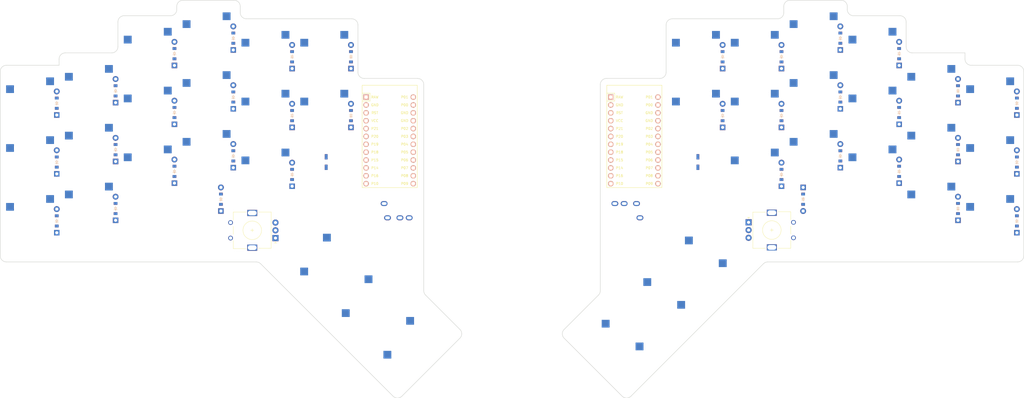
<source format=kicad_pcb>
(kicad_pcb (version 20171130) (host pcbnew 5.1.6)
  (title_block (title lenz03) (rev v1.0.0) (company Unknown))
  (layers (0 F.Cu signal) (31 B.Cu signal) (34 B.Paste user) (35 F.Paste user) (36 B.SilkS user) (37 F.SilkS user) (38 B.Mask user) (39 F.Mask user) (44 Edge.Cuts user))
  (net 0 "")
  (net 1 "P4")
  (net 2 "prepinky_bottom")
  (net 3 "P19")
  (net 4 "prepinky_home")
  (net 5 "P20")
  (net 6 "prepinky_top")
  (net 7 "P21")
  (net 8 "P10")
  (net 9 "pinky_bottom")
  (net 10 "pinky_home")
  (net 11 "pinky_top")
  (net 12 "P16")
  (net 13 "ring_bottom")
  (net 14 "ring_home")
  (net 15 "ring_top")
  (net 16 "P14")
  (net 17 "middle_bottom")
  (net 18 "middle_home")
  (net 19 "middle_top")
  (net 20 "P15")
  (net 21 "index_bottom")
  (net 22 "index_home")
  (net 23 "index_top")
  (net 24 "P18")
  (net 25 "postindex_home")
  (net 26 "postindex_top")
  (net 27 "near_home")
  (net 28 "P5")
  (net 29 "GND")
  (net 30 "P6")
  (net 31 "P7")
  (net 32 "P8")
  (net 33 "P9")
  (net 34 "mirror_prepinky_bottom")
  (net 35 "mirror_prepinky_home")
  (net 36 "P3")
  (net 37 "mirror_prepinky_top")
  (net 38 "P2")
  (net 39 "mirror_pinky_bottom")
  (net 40 "mirror_pinky_home")
  (net 41 "mirror_pinky_top")
  (net 42 "mirror_ring_bottom")
  (net 43 "mirror_ring_home")
  (net 44 "mirror_ring_top")
  (net 45 "mirror_middle_bottom")
  (net 46 "mirror_middle_home")
  (net 47 "mirror_middle_top")
  (net 48 "mirror_index_bottom")
  (net 49 "mirror_index_home")
  (net 50 "mirror_index_top")
  (net 51 "mirror_postindex_home")
  (net 52 "mirror_postindex_top")
  (net 53 "mirror_near_home")
  (net 54 "RAW")
  (net 55 "RST")
  (net 56 "VCC")
  (net 57 "P1")
  (net 58 "P0")
  (module MX (layer F.Cu) (at 19 0 0)
    (fp_text reference "S1" hide)
    (fp_text value "" hide)
    (pad "" np_thru_hole circle (at 0 0) (size 3.9878 3.9878) (drill 3.9878) (layers *.Cu *.Mask))
    (pad "" np_thru_hole circle (at 5.08 0) (size 1.7018 1.7018) (drill 1.7018) (layers *.Cu *.Mask))
    (pad "" np_thru_hole circle (at -5.08 0) (size 1.7018 1.7018) (drill 1.7018) (layers *.Cu *.Mask))
    (pad "" np_thru_hole circle (at 2.54 -5.08) (size 3 3) (drill 3) (layers *.Cu *.Mask))
    (pad "" np_thru_hole circle (at -3.81 -2.54) (size 3 3) (drill 3) (layers *.Cu *.Mask))
    (pad 1 smd rect (at -7.085 -2.54 180) (size 2.55 2.5) (layers B.Cu B.Paste B.Mask) (net 1 "P4"))
    (pad 2 smd rect (at 5.842 -5.08 180) (size 2.55 2.5) (layers B.Cu B.Paste B.Mask) (net 2 "prepinky_bottom"))
  )
  (module ComboDiode (layer F.Cu) (at 27 2 90)
    (fp_text reference "D1" hide)
    (fp_text value "" hide)
    (pad 1 smd rect (at -1.65 0 90) (size 0.9 1.2) (layers F.Cu F.Paste F.Mask) (net 3 "P19"))
    (pad 2 smd rect (at 1.65 0 90) (size 0.9 1.2) (layers B.Cu B.Paste B.Mask) (net 2 "prepinky_bottom"))
    (pad 1 smd rect (at -1.65 0 90) (size 0.9 1.2) (layers B.Cu B.Paste B.Mask) (net 3 "P19"))
    (pad 2 smd rect (at 1.65 0 90) (size 0.9 1.2) (layers F.Cu F.Paste F.Mask) (net 2 "prepinky_bottom"))
    (pad 1 thru_hole circle (at 3.81 0 90) (size 1.905 1.905) (drill 0.9906) (layers *.Cu *.Mask) (net 2 "prepinky_bottom"))
    (pad 2 thru_hole rect (at -3.81 0 90) (size 1.778 1.778) (drill 0.9906) (layers *.Cu *.Mask) (net 3 "P19"))
  )
  (module MX (layer F.Cu) (at 19 -19 0)
    (fp_text reference "S2" hide)
    (fp_text value "" hide)
    (pad "" np_thru_hole circle (at 0 0) (size 3.9878 3.9878) (drill 3.9878) (layers *.Cu *.Mask))
    (pad "" np_thru_hole circle (at 5.08 0) (size 1.7018 1.7018) (drill 1.7018) (layers *.Cu *.Mask))
    (pad "" np_thru_hole circle (at -5.08 0) (size 1.7018 1.7018) (drill 1.7018) (layers *.Cu *.Mask))
    (pad "" np_thru_hole circle (at 2.54 -5.08) (size 3 3) (drill 3) (layers *.Cu *.Mask))
    (pad "" np_thru_hole circle (at -3.81 -2.54) (size 3 3) (drill 3) (layers *.Cu *.Mask))
    (pad 1 smd rect (at -7.085 -2.54 180) (size 2.55 2.5) (layers B.Cu B.Paste B.Mask) (net 1 "P4"))
    (pad 2 smd rect (at 5.842 -5.08 180) (size 2.55 2.5) (layers B.Cu B.Paste B.Mask) (net 4 "prepinky_home"))
  )
  (module ComboDiode (layer F.Cu) (at 27 -17 90)
    (fp_text reference "D2" hide)
    (fp_text value "" hide)
    (pad 1 smd rect (at -1.65 0 90) (size 0.9 1.2) (layers F.Cu F.Paste F.Mask) (net 5 "P20"))
    (pad 2 smd rect (at 1.65 0 90) (size 0.9 1.2) (layers B.Cu B.Paste B.Mask) (net 4 "prepinky_home"))
    (pad 1 smd rect (at -1.65 0 90) (size 0.9 1.2) (layers B.Cu B.Paste B.Mask) (net 5 "P20"))
    (pad 2 smd rect (at 1.65 0 90) (size 0.9 1.2) (layers F.Cu F.Paste F.Mask) (net 4 "prepinky_home"))
    (pad 1 thru_hole circle (at 3.81 0 90) (size 1.905 1.905) (drill 0.9906) (layers *.Cu *.Mask) (net 4 "prepinky_home"))
    (pad 2 thru_hole rect (at -3.81 0 90) (size 1.778 1.778) (drill 0.9906) (layers *.Cu *.Mask) (net 5 "P20"))
  )
  (module MX (layer F.Cu) (at 19 -38 0)
    (fp_text reference "S3" hide)
    (fp_text value "" hide)
    (pad "" np_thru_hole circle (at 0 0) (size 3.9878 3.9878) (drill 3.9878) (layers *.Cu *.Mask))
    (pad "" np_thru_hole circle (at 5.08 0) (size 1.7018 1.7018) (drill 1.7018) (layers *.Cu *.Mask))
    (pad "" np_thru_hole circle (at -5.08 0) (size 1.7018 1.7018) (drill 1.7018) (layers *.Cu *.Mask))
    (pad "" np_thru_hole circle (at 2.54 -5.08) (size 3 3) (drill 3) (layers *.Cu *.Mask))
    (pad "" np_thru_hole circle (at -3.81 -2.54) (size 3 3) (drill 3) (layers *.Cu *.Mask))
    (pad 1 smd rect (at -7.085 -2.54 180) (size 2.55 2.5) (layers B.Cu B.Paste B.Mask) (net 1 "P4"))
    (pad 2 smd rect (at 5.842 -5.08 180) (size 2.55 2.5) (layers B.Cu B.Paste B.Mask) (net 6 "prepinky_top"))
  )
  (module ComboDiode (layer F.Cu) (at 27 -36 90)
    (fp_text reference "D3" hide)
    (fp_text value "" hide)
    (pad 1 smd rect (at -1.65 0 90) (size 0.9 1.2) (layers F.Cu F.Paste F.Mask) (net 7 "P21"))
    (pad 2 smd rect (at 1.65 0 90) (size 0.9 1.2) (layers B.Cu B.Paste B.Mask) (net 6 "prepinky_top"))
    (pad 1 smd rect (at -1.65 0 90) (size 0.9 1.2) (layers B.Cu B.Paste B.Mask) (net 7 "P21"))
    (pad 2 smd rect (at 1.65 0 90) (size 0.9 1.2) (layers F.Cu F.Paste F.Mask) (net 6 "prepinky_top"))
    (pad 1 thru_hole circle (at 3.81 0 90) (size 1.905 1.905) (drill 0.9906) (layers *.Cu *.Mask) (net 6 "prepinky_top"))
    (pad 2 thru_hole rect (at -3.81 0 90) (size 1.778 1.778) (drill 0.9906) (layers *.Cu *.Mask) (net 7 "P21"))
  )
  (module MX (layer F.Cu) (at 38 -4 0)
    (fp_text reference "S4" hide)
    (fp_text value "" hide)
    (pad "" np_thru_hole circle (at 0 0) (size 3.9878 3.9878) (drill 3.9878) (layers *.Cu *.Mask))
    (pad "" np_thru_hole circle (at 5.08 0) (size 1.7018 1.7018) (drill 1.7018) (layers *.Cu *.Mask))
    (pad "" np_thru_hole circle (at -5.08 0) (size 1.7018 1.7018) (drill 1.7018) (layers *.Cu *.Mask))
    (pad "" np_thru_hole circle (at 2.54 -5.08) (size 3 3) (drill 3) (layers *.Cu *.Mask))
    (pad "" np_thru_hole circle (at -3.81 -2.54) (size 3 3) (drill 3) (layers *.Cu *.Mask))
    (pad 1 smd rect (at -7.085 -2.54 180) (size 2.55 2.5) (layers B.Cu B.Paste B.Mask) (net 8 "P10"))
    (pad 2 smd rect (at 5.842 -5.08 180) (size 2.55 2.5) (layers B.Cu B.Paste B.Mask) (net 9 "pinky_bottom"))
  )
  (module ComboDiode (layer F.Cu) (at 46 -2 90)
    (fp_text reference "D4" hide)
    (fp_text value "" hide)
    (pad 1 smd rect (at -1.65 0 90) (size 0.9 1.2) (layers F.Cu F.Paste F.Mask) (net 3 "P19"))
    (pad 2 smd rect (at 1.65 0 90) (size 0.9 1.2) (layers B.Cu B.Paste B.Mask) (net 9 "pinky_bottom"))
    (pad 1 smd rect (at -1.65 0 90) (size 0.9 1.2) (layers B.Cu B.Paste B.Mask) (net 3 "P19"))
    (pad 2 smd rect (at 1.65 0 90) (size 0.9 1.2) (layers F.Cu F.Paste F.Mask) (net 9 "pinky_bottom"))
    (pad 1 thru_hole circle (at 3.81 0 90) (size 1.905 1.905) (drill 0.9906) (layers *.Cu *.Mask) (net 9 "pinky_bottom"))
    (pad 2 thru_hole rect (at -3.81 0 90) (size 1.778 1.778) (drill 0.9906) (layers *.Cu *.Mask) (net 3 "P19"))
  )
  (module MX (layer F.Cu) (at 38 -23 0)
    (fp_text reference "S5" hide)
    (fp_text value "" hide)
    (pad "" np_thru_hole circle (at 0 0) (size 3.9878 3.9878) (drill 3.9878) (layers *.Cu *.Mask))
    (pad "" np_thru_hole circle (at 5.08 0) (size 1.7018 1.7018) (drill 1.7018) (layers *.Cu *.Mask))
    (pad "" np_thru_hole circle (at -5.08 0) (size 1.7018 1.7018) (drill 1.7018) (layers *.Cu *.Mask))
    (pad "" np_thru_hole circle (at 2.54 -5.08) (size 3 3) (drill 3) (layers *.Cu *.Mask))
    (pad "" np_thru_hole circle (at -3.81 -2.54) (size 3 3) (drill 3) (layers *.Cu *.Mask))
    (pad 1 smd rect (at -7.085 -2.54 180) (size 2.55 2.5) (layers B.Cu B.Paste B.Mask) (net 8 "P10"))
    (pad 2 smd rect (at 5.842 -5.08 180) (size 2.55 2.5) (layers B.Cu B.Paste B.Mask) (net 10 "pinky_home"))
  )
  (module ComboDiode (layer F.Cu) (at 46 -21 90)
    (fp_text reference "D5" hide)
    (fp_text value "" hide)
    (pad 1 smd rect (at -1.65 0 90) (size 0.9 1.2) (layers F.Cu F.Paste F.Mask) (net 5 "P20"))
    (pad 2 smd rect (at 1.65 0 90) (size 0.9 1.2) (layers B.Cu B.Paste B.Mask) (net 10 "pinky_home"))
    (pad 1 smd rect (at -1.65 0 90) (size 0.9 1.2) (layers B.Cu B.Paste B.Mask) (net 5 "P20"))
    (pad 2 smd rect (at 1.65 0 90) (size 0.9 1.2) (layers F.Cu F.Paste F.Mask) (net 10 "pinky_home"))
    (pad 1 thru_hole circle (at 3.81 0 90) (size 1.905 1.905) (drill 0.9906) (layers *.Cu *.Mask) (net 10 "pinky_home"))
    (pad 2 thru_hole rect (at -3.81 0 90) (size 1.778 1.778) (drill 0.9906) (layers *.Cu *.Mask) (net 5 "P20"))
  )
  (module MX (layer F.Cu) (at 38 -42 0)
    (fp_text reference "S6" hide)
    (fp_text value "" hide)
    (pad "" np_thru_hole circle (at 0 0) (size 3.9878 3.9878) (drill 3.9878) (layers *.Cu *.Mask))
    (pad "" np_thru_hole circle (at 5.08 0) (size 1.7018 1.7018) (drill 1.7018) (layers *.Cu *.Mask))
    (pad "" np_thru_hole circle (at -5.08 0) (size 1.7018 1.7018) (drill 1.7018) (layers *.Cu *.Mask))
    (pad "" np_thru_hole circle (at 2.54 -5.08) (size 3 3) (drill 3) (layers *.Cu *.Mask))
    (pad "" np_thru_hole circle (at -3.81 -2.54) (size 3 3) (drill 3) (layers *.Cu *.Mask))
    (pad 1 smd rect (at -7.085 -2.54 180) (size 2.55 2.5) (layers B.Cu B.Paste B.Mask) (net 8 "P10"))
    (pad 2 smd rect (at 5.842 -5.08 180) (size 2.55 2.5) (layers B.Cu B.Paste B.Mask) (net 11 "pinky_top"))
  )
  (module ComboDiode (layer F.Cu) (at 46 -40 90)
    (fp_text reference "D6" hide)
    (fp_text value "" hide)
    (pad 1 smd rect (at -1.65 0 90) (size 0.9 1.2) (layers F.Cu F.Paste F.Mask) (net 7 "P21"))
    (pad 2 smd rect (at 1.65 0 90) (size 0.9 1.2) (layers B.Cu B.Paste B.Mask) (net 11 "pinky_top"))
    (pad 1 smd rect (at -1.65 0 90) (size 0.9 1.2) (layers B.Cu B.Paste B.Mask) (net 7 "P21"))
    (pad 2 smd rect (at 1.65 0 90) (size 0.9 1.2) (layers F.Cu F.Paste F.Mask) (net 11 "pinky_top"))
    (pad 1 thru_hole circle (at 3.81 0 90) (size 1.905 1.905) (drill 0.9906) (layers *.Cu *.Mask) (net 11 "pinky_top"))
    (pad 2 thru_hole rect (at -3.81 0 90) (size 1.778 1.778) (drill 0.9906) (layers *.Cu *.Mask) (net 7 "P21"))
  )
  (module MX (layer F.Cu) (at 57 -16 0)
    (fp_text reference "S7" hide)
    (fp_text value "" hide)
    (pad "" np_thru_hole circle (at 0 0) (size 3.9878 3.9878) (drill 3.9878) (layers *.Cu *.Mask))
    (pad "" np_thru_hole circle (at 5.08 0) (size 1.7018 1.7018) (drill 1.7018) (layers *.Cu *.Mask))
    (pad "" np_thru_hole circle (at -5.08 0) (size 1.7018 1.7018) (drill 1.7018) (layers *.Cu *.Mask))
    (pad "" np_thru_hole circle (at 2.54 -5.08) (size 3 3) (drill 3) (layers *.Cu *.Mask))
    (pad "" np_thru_hole circle (at -3.81 -2.54) (size 3 3) (drill 3) (layers *.Cu *.Mask))
    (pad 1 smd rect (at -7.085 -2.54 180) (size 2.55 2.5) (layers B.Cu B.Paste B.Mask) (net 12 "P16"))
    (pad 2 smd rect (at 5.842 -5.08 180) (size 2.55 2.5) (layers B.Cu B.Paste B.Mask) (net 13 "ring_bottom"))
  )
  (module ComboDiode (layer F.Cu) (at 65 -14 90)
    (fp_text reference "D7" hide)
    (fp_text value "" hide)
    (pad 1 smd rect (at -1.65 0 90) (size 0.9 1.2) (layers F.Cu F.Paste F.Mask) (net 3 "P19"))
    (pad 2 smd rect (at 1.65 0 90) (size 0.9 1.2) (layers B.Cu B.Paste B.Mask) (net 13 "ring_bottom"))
    (pad 1 smd rect (at -1.65 0 90) (size 0.9 1.2) (layers B.Cu B.Paste B.Mask) (net 3 "P19"))
    (pad 2 smd rect (at 1.65 0 90) (size 0.9 1.2) (layers F.Cu F.Paste F.Mask) (net 13 "ring_bottom"))
    (pad 1 thru_hole circle (at 3.81 0 90) (size 1.905 1.905) (drill 0.9906) (layers *.Cu *.Mask) (net 13 "ring_bottom"))
    (pad 2 thru_hole rect (at -3.81 0 90) (size 1.778 1.778) (drill 0.9906) (layers *.Cu *.Mask) (net 3 "P19"))
  )
  (module MX (layer F.Cu) (at 57 -35 0)
    (fp_text reference "S8" hide)
    (fp_text value "" hide)
    (pad "" np_thru_hole circle (at 0 0) (size 3.9878 3.9878) (drill 3.9878) (layers *.Cu *.Mask))
    (pad "" np_thru_hole circle (at 5.08 0) (size 1.7018 1.7018) (drill 1.7018) (layers *.Cu *.Mask))
    (pad "" np_thru_hole circle (at -5.08 0) (size 1.7018 1.7018) (drill 1.7018) (layers *.Cu *.Mask))
    (pad "" np_thru_hole circle (at 2.54 -5.08) (size 3 3) (drill 3) (layers *.Cu *.Mask))
    (pad "" np_thru_hole circle (at -3.81 -2.54) (size 3 3) (drill 3) (layers *.Cu *.Mask))
    (pad 1 smd rect (at -7.085 -2.54 180) (size 2.55 2.5) (layers B.Cu B.Paste B.Mask) (net 12 "P16"))
    (pad 2 smd rect (at 5.842 -5.08 180) (size 2.55 2.5) (layers B.Cu B.Paste B.Mask) (net 14 "ring_home"))
  )
  (module ComboDiode (layer F.Cu) (at 65 -33 90)
    (fp_text reference "D8" hide)
    (fp_text value "" hide)
    (pad 1 smd rect (at -1.65 0 90) (size 0.9 1.2) (layers F.Cu F.Paste F.Mask) (net 5 "P20"))
    (pad 2 smd rect (at 1.65 0 90) (size 0.9 1.2) (layers B.Cu B.Paste B.Mask) (net 14 "ring_home"))
    (pad 1 smd rect (at -1.65 0 90) (size 0.9 1.2) (layers B.Cu B.Paste B.Mask) (net 5 "P20"))
    (pad 2 smd rect (at 1.65 0 90) (size 0.9 1.2) (layers F.Cu F.Paste F.Mask) (net 14 "ring_home"))
    (pad 1 thru_hole circle (at 3.81 0 90) (size 1.905 1.905) (drill 0.9906) (layers *.Cu *.Mask) (net 14 "ring_home"))
    (pad 2 thru_hole rect (at -3.81 0 90) (size 1.778 1.778) (drill 0.9906) (layers *.Cu *.Mask) (net 5 "P20"))
  )
  (module MX (layer F.Cu) (at 57 -54 0)
    (fp_text reference "S9" hide)
    (fp_text value "" hide)
    (pad "" np_thru_hole circle (at 0 0) (size 3.9878 3.9878) (drill 3.9878) (layers *.Cu *.Mask))
    (pad "" np_thru_hole circle (at 5.08 0) (size 1.7018 1.7018) (drill 1.7018) (layers *.Cu *.Mask))
    (pad "" np_thru_hole circle (at -5.08 0) (size 1.7018 1.7018) (drill 1.7018) (layers *.Cu *.Mask))
    (pad "" np_thru_hole circle (at 2.54 -5.08) (size 3 3) (drill 3) (layers *.Cu *.Mask))
    (pad "" np_thru_hole circle (at -3.81 -2.54) (size 3 3) (drill 3) (layers *.Cu *.Mask))
    (pad 1 smd rect (at -7.085 -2.54 180) (size 2.55 2.5) (layers B.Cu B.Paste B.Mask) (net 12 "P16"))
    (pad 2 smd rect (at 5.842 -5.08 180) (size 2.55 2.5) (layers B.Cu B.Paste B.Mask) (net 15 "ring_top"))
  )
  (module ComboDiode (layer F.Cu) (at 65 -52 90)
    (fp_text reference "D9" hide)
    (fp_text value "" hide)
    (pad 1 smd rect (at -1.65 0 90) (size 0.9 1.2) (layers F.Cu F.Paste F.Mask) (net 7 "P21"))
    (pad 2 smd rect (at 1.65 0 90) (size 0.9 1.2) (layers B.Cu B.Paste B.Mask) (net 15 "ring_top"))
    (pad 1 smd rect (at -1.65 0 90) (size 0.9 1.2) (layers B.Cu B.Paste B.Mask) (net 7 "P21"))
    (pad 2 smd rect (at 1.65 0 90) (size 0.9 1.2) (layers F.Cu F.Paste F.Mask) (net 15 "ring_top"))
    (pad 1 thru_hole circle (at 3.81 0 90) (size 1.905 1.905) (drill 0.9906) (layers *.Cu *.Mask) (net 15 "ring_top"))
    (pad 2 thru_hole rect (at -3.81 0 90) (size 1.778 1.778) (drill 0.9906) (layers *.Cu *.Mask) (net 7 "P21"))
  )
  (module MX (layer F.Cu) (at 76 -21 0)
    (fp_text reference "S10" hide)
    (fp_text value "" hide)
    (pad "" np_thru_hole circle (at 0 0) (size 3.9878 3.9878) (drill 3.9878) (layers *.Cu *.Mask))
    (pad "" np_thru_hole circle (at 5.08 0) (size 1.7018 1.7018) (drill 1.7018) (layers *.Cu *.Mask))
    (pad "" np_thru_hole circle (at -5.08 0) (size 1.7018 1.7018) (drill 1.7018) (layers *.Cu *.Mask))
    (pad "" np_thru_hole circle (at 2.54 -5.08) (size 3 3) (drill 3) (layers *.Cu *.Mask))
    (pad "" np_thru_hole circle (at -3.81 -2.54) (size 3 3) (drill 3) (layers *.Cu *.Mask))
    (pad 1 smd rect (at -7.085 -2.54 180) (size 2.55 2.5) (layers B.Cu B.Paste B.Mask) (net 16 "P14"))
    (pad 2 smd rect (at 5.842 -5.08 180) (size 2.55 2.5) (layers B.Cu B.Paste B.Mask) (net 17 "middle_bottom"))
  )
  (module ComboDiode (layer F.Cu) (at 84 -19 90)
    (fp_text reference "D10" hide)
    (fp_text value "" hide)
    (pad 1 smd rect (at -1.65 0 90) (size 0.9 1.2) (layers F.Cu F.Paste F.Mask) (net 3 "P19"))
    (pad 2 smd rect (at 1.65 0 90) (size 0.9 1.2) (layers B.Cu B.Paste B.Mask) (net 17 "middle_bottom"))
    (pad 1 smd rect (at -1.65 0 90) (size 0.9 1.2) (layers B.Cu B.Paste B.Mask) (net 3 "P19"))
    (pad 2 smd rect (at 1.65 0 90) (size 0.9 1.2) (layers F.Cu F.Paste F.Mask) (net 17 "middle_bottom"))
    (pad 1 thru_hole circle (at 3.81 0 90) (size 1.905 1.905) (drill 0.9906) (layers *.Cu *.Mask) (net 17 "middle_bottom"))
    (pad 2 thru_hole rect (at -3.81 0 90) (size 1.778 1.778) (drill 0.9906) (layers *.Cu *.Mask) (net 3 "P19"))
  )
  (module MX (layer F.Cu) (at 76 -40 0)
    (fp_text reference "S11" hide)
    (fp_text value "" hide)
    (pad "" np_thru_hole circle (at 0 0) (size 3.9878 3.9878) (drill 3.9878) (layers *.Cu *.Mask))
    (pad "" np_thru_hole circle (at 5.08 0) (size 1.7018 1.7018) (drill 1.7018) (layers *.Cu *.Mask))
    (pad "" np_thru_hole circle (at -5.08 0) (size 1.7018 1.7018) (drill 1.7018) (layers *.Cu *.Mask))
    (pad "" np_thru_hole circle (at 2.54 -5.08) (size 3 3) (drill 3) (layers *.Cu *.Mask))
    (pad "" np_thru_hole circle (at -3.81 -2.54) (size 3 3) (drill 3) (layers *.Cu *.Mask))
    (pad 1 smd rect (at -7.085 -2.54 180) (size 2.55 2.5) (layers B.Cu B.Paste B.Mask) (net 16 "P14"))
    (pad 2 smd rect (at 5.842 -5.08 180) (size 2.55 2.5) (layers B.Cu B.Paste B.Mask) (net 18 "middle_home"))
  )
  (module ComboDiode (layer F.Cu) (at 84 -38 90)
    (fp_text reference "D11" hide)
    (fp_text value "" hide)
    (pad 1 smd rect (at -1.65 0 90) (size 0.9 1.2) (layers F.Cu F.Paste F.Mask) (net 5 "P20"))
    (pad 2 smd rect (at 1.65 0 90) (size 0.9 1.2) (layers B.Cu B.Paste B.Mask) (net 18 "middle_home"))
    (pad 1 smd rect (at -1.65 0 90) (size 0.9 1.2) (layers B.Cu B.Paste B.Mask) (net 5 "P20"))
    (pad 2 smd rect (at 1.65 0 90) (size 0.9 1.2) (layers F.Cu F.Paste F.Mask) (net 18 "middle_home"))
    (pad 1 thru_hole circle (at 3.81 0 90) (size 1.905 1.905) (drill 0.9906) (layers *.Cu *.Mask) (net 18 "middle_home"))
    (pad 2 thru_hole rect (at -3.81 0 90) (size 1.778 1.778) (drill 0.9906) (layers *.Cu *.Mask) (net 5 "P20"))
  )
  (module MX (layer F.Cu) (at 76 -59 0)
    (fp_text reference "S12" hide)
    (fp_text value "" hide)
    (pad "" np_thru_hole circle (at 0 0) (size 3.9878 3.9878) (drill 3.9878) (layers *.Cu *.Mask))
    (pad "" np_thru_hole circle (at 5.08 0) (size 1.7018 1.7018) (drill 1.7018) (layers *.Cu *.Mask))
    (pad "" np_thru_hole circle (at -5.08 0) (size 1.7018 1.7018) (drill 1.7018) (layers *.Cu *.Mask))
    (pad "" np_thru_hole circle (at 2.54 -5.08) (size 3 3) (drill 3) (layers *.Cu *.Mask))
    (pad "" np_thru_hole circle (at -3.81 -2.54) (size 3 3) (drill 3) (layers *.Cu *.Mask))
    (pad 1 smd rect (at -7.085 -2.54 180) (size 2.55 2.5) (layers B.Cu B.Paste B.Mask) (net 16 "P14"))
    (pad 2 smd rect (at 5.842 -5.08 180) (size 2.55 2.5) (layers B.Cu B.Paste B.Mask) (net 19 "middle_top"))
  )
  (module ComboDiode (layer F.Cu) (at 84 -57 90)
    (fp_text reference "D12" hide)
    (fp_text value "" hide)
    (pad 1 smd rect (at -1.65 0 90) (size 0.9 1.2) (layers F.Cu F.Paste F.Mask) (net 7 "P21"))
    (pad 2 smd rect (at 1.65 0 90) (size 0.9 1.2) (layers B.Cu B.Paste B.Mask) (net 19 "middle_top"))
    (pad 1 smd rect (at -1.65 0 90) (size 0.9 1.2) (layers B.Cu B.Paste B.Mask) (net 7 "P21"))
    (pad 2 smd rect (at 1.65 0 90) (size 0.9 1.2) (layers F.Cu F.Paste F.Mask) (net 19 "middle_top"))
    (pad 1 thru_hole circle (at 3.81 0 90) (size 1.905 1.905) (drill 0.9906) (layers *.Cu *.Mask) (net 19 "middle_top"))
    (pad 2 thru_hole rect (at -3.81 0 90) (size 1.778 1.778) (drill 0.9906) (layers *.Cu *.Mask) (net 7 "P21"))
  )
  (module MX (layer F.Cu) (at 95 -15 0)
    (fp_text reference "S13" hide)
    (fp_text value "" hide)
    (pad "" np_thru_hole circle (at 0 0) (size 3.9878 3.9878) (drill 3.9878) (layers *.Cu *.Mask))
    (pad "" np_thru_hole circle (at 5.08 0) (size 1.7018 1.7018) (drill 1.7018) (layers *.Cu *.Mask))
    (pad "" np_thru_hole circle (at -5.08 0) (size 1.7018 1.7018) (drill 1.7018) (layers *.Cu *.Mask))
    (pad "" np_thru_hole circle (at 2.54 -5.08) (size 3 3) (drill 3) (layers *.Cu *.Mask))
    (pad "" np_thru_hole circle (at -3.81 -2.54) (size 3 3) (drill 3) (layers *.Cu *.Mask))
    (pad 1 smd rect (at -7.085 -2.54 180) (size 2.55 2.5) (layers B.Cu B.Paste B.Mask) (net 20 "P15"))
    (pad 2 smd rect (at 5.842 -5.08 180) (size 2.55 2.5) (layers B.Cu B.Paste B.Mask) (net 21 "index_bottom"))
  )
  (module ComboDiode (layer F.Cu) (at 103 -13 90)
    (fp_text reference "D13" hide)
    (fp_text value "" hide)
    (pad 1 smd rect (at -1.65 0 90) (size 0.9 1.2) (layers F.Cu F.Paste F.Mask) (net 3 "P19"))
    (pad 2 smd rect (at 1.65 0 90) (size 0.9 1.2) (layers B.Cu B.Paste B.Mask) (net 21 "index_bottom"))
    (pad 1 smd rect (at -1.65 0 90) (size 0.9 1.2) (layers B.Cu B.Paste B.Mask) (net 3 "P19"))
    (pad 2 smd rect (at 1.65 0 90) (size 0.9 1.2) (layers F.Cu F.Paste F.Mask) (net 21 "index_bottom"))
    (pad 1 thru_hole circle (at 3.81 0 90) (size 1.905 1.905) (drill 0.9906) (layers *.Cu *.Mask) (net 21 "index_bottom"))
    (pad 2 thru_hole rect (at -3.81 0 90) (size 1.778 1.778) (drill 0.9906) (layers *.Cu *.Mask) (net 3 "P19"))
  )
  (module MX (layer F.Cu) (at 95 -34 0)
    (fp_text reference "S14" hide)
    (fp_text value "" hide)
    (pad "" np_thru_hole circle (at 0 0) (size 3.9878 3.9878) (drill 3.9878) (layers *.Cu *.Mask))
    (pad "" np_thru_hole circle (at 5.08 0) (size 1.7018 1.7018) (drill 1.7018) (layers *.Cu *.Mask))
    (pad "" np_thru_hole circle (at -5.08 0) (size 1.7018 1.7018) (drill 1.7018) (layers *.Cu *.Mask))
    (pad "" np_thru_hole circle (at 2.54 -5.08) (size 3 3) (drill 3) (layers *.Cu *.Mask))
    (pad "" np_thru_hole circle (at -3.81 -2.54) (size 3 3) (drill 3) (layers *.Cu *.Mask))
    (pad 1 smd rect (at -7.085 -2.54 180) (size 2.55 2.5) (layers B.Cu B.Paste B.Mask) (net 20 "P15"))
    (pad 2 smd rect (at 5.842 -5.08 180) (size 2.55 2.5) (layers B.Cu B.Paste B.Mask) (net 22 "index_home"))
  )
  (module ComboDiode (layer F.Cu) (at 103 -32 90)
    (fp_text reference "D14" hide)
    (fp_text value "" hide)
    (pad 1 smd rect (at -1.65 0 90) (size 0.9 1.2) (layers F.Cu F.Paste F.Mask) (net 5 "P20"))
    (pad 2 smd rect (at 1.65 0 90) (size 0.9 1.2) (layers B.Cu B.Paste B.Mask) (net 22 "index_home"))
    (pad 1 smd rect (at -1.65 0 90) (size 0.9 1.2) (layers B.Cu B.Paste B.Mask) (net 5 "P20"))
    (pad 2 smd rect (at 1.65 0 90) (size 0.9 1.2) (layers F.Cu F.Paste F.Mask) (net 22 "index_home"))
    (pad 1 thru_hole circle (at 3.81 0 90) (size 1.905 1.905) (drill 0.9906) (layers *.Cu *.Mask) (net 22 "index_home"))
    (pad 2 thru_hole rect (at -3.81 0 90) (size 1.778 1.778) (drill 0.9906) (layers *.Cu *.Mask) (net 5 "P20"))
  )
  (module MX (layer F.Cu) (at 95 -53 0)
    (fp_text reference "S15" hide)
    (fp_text value "" hide)
    (pad "" np_thru_hole circle (at 0 0) (size 3.9878 3.9878) (drill 3.9878) (layers *.Cu *.Mask))
    (pad "" np_thru_hole circle (at 5.08 0) (size 1.7018 1.7018) (drill 1.7018) (layers *.Cu *.Mask))
    (pad "" np_thru_hole circle (at -5.08 0) (size 1.7018 1.7018) (drill 1.7018) (layers *.Cu *.Mask))
    (pad "" np_thru_hole circle (at 2.54 -5.08) (size 3 3) (drill 3) (layers *.Cu *.Mask))
    (pad "" np_thru_hole circle (at -3.81 -2.54) (size 3 3) (drill 3) (layers *.Cu *.Mask))
    (pad 1 smd rect (at -7.085 -2.54 180) (size 2.55 2.5) (layers B.Cu B.Paste B.Mask) (net 20 "P15"))
    (pad 2 smd rect (at 5.842 -5.08 180) (size 2.55 2.5) (layers B.Cu B.Paste B.Mask) (net 23 "index_top"))
  )
  (module ComboDiode (layer F.Cu) (at 103 -51 90)
    (fp_text reference "D15" hide)
    (fp_text value "" hide)
    (pad 1 smd rect (at -1.65 0 90) (size 0.9 1.2) (layers F.Cu F.Paste F.Mask) (net 7 "P21"))
    (pad 2 smd rect (at 1.65 0 90) (size 0.9 1.2) (layers B.Cu B.Paste B.Mask) (net 23 "index_top"))
    (pad 1 smd rect (at -1.65 0 90) (size 0.9 1.2) (layers B.Cu B.Paste B.Mask) (net 7 "P21"))
    (pad 2 smd rect (at 1.65 0 90) (size 0.9 1.2) (layers F.Cu F.Paste F.Mask) (net 23 "index_top"))
    (pad 1 thru_hole circle (at 3.81 0 90) (size 1.905 1.905) (drill 0.9906) (layers *.Cu *.Mask) (net 23 "index_top"))
    (pad 2 thru_hole rect (at -3.81 0 90) (size 1.778 1.778) (drill 0.9906) (layers *.Cu *.Mask) (net 7 "P21"))
  )
  (module MX (layer F.Cu) (at 114 -34 0)
    (fp_text reference "S16" hide)
    (fp_text value "" hide)
    (pad "" np_thru_hole circle (at 0 0) (size 3.9878 3.9878) (drill 3.9878) (layers *.Cu *.Mask))
    (pad "" np_thru_hole circle (at 5.08 0) (size 1.7018 1.7018) (drill 1.7018) (layers *.Cu *.Mask))
    (pad "" np_thru_hole circle (at -5.08 0) (size 1.7018 1.7018) (drill 1.7018) (layers *.Cu *.Mask))
    (pad "" np_thru_hole circle (at 2.54 -5.08) (size 3 3) (drill 3) (layers *.Cu *.Mask))
    (pad "" np_thru_hole circle (at -3.81 -2.54) (size 3 3) (drill 3) (layers *.Cu *.Mask))
    (pad 1 smd rect (at -7.085 -2.54 180) (size 2.55 2.5) (layers B.Cu B.Paste B.Mask) (net 24 "P18"))
    (pad 2 smd rect (at 5.842 -5.08 180) (size 2.55 2.5) (layers B.Cu B.Paste B.Mask) (net 25 "postindex_home"))
  )
  (module ComboDiode (layer F.Cu) (at 122 -32 90)
    (fp_text reference "D16" hide)
    (fp_text value "" hide)
    (pad 1 smd rect (at -1.65 0 90) (size 0.9 1.2) (layers F.Cu F.Paste F.Mask) (net 5 "P20"))
    (pad 2 smd rect (at 1.65 0 90) (size 0.9 1.2) (layers B.Cu B.Paste B.Mask) (net 25 "postindex_home"))
    (pad 1 smd rect (at -1.65 0 90) (size 0.9 1.2) (layers B.Cu B.Paste B.Mask) (net 5 "P20"))
    (pad 2 smd rect (at 1.65 0 90) (size 0.9 1.2) (layers F.Cu F.Paste F.Mask) (net 25 "postindex_home"))
    (pad 1 thru_hole circle (at 3.81 0 90) (size 1.905 1.905) (drill 0.9906) (layers *.Cu *.Mask) (net 25 "postindex_home"))
    (pad 2 thru_hole rect (at -3.81 0 90) (size 1.778 1.778) (drill 0.9906) (layers *.Cu *.Mask) (net 5 "P20"))
  )
  (module MX (layer F.Cu) (at 114 -53 0)
    (fp_text reference "S17" hide)
    (fp_text value "" hide)
    (pad "" np_thru_hole circle (at 0 0) (size 3.9878 3.9878) (drill 3.9878) (layers *.Cu *.Mask))
    (pad "" np_thru_hole circle (at 5.08 0) (size 1.7018 1.7018) (drill 1.7018) (layers *.Cu *.Mask))
    (pad "" np_thru_hole circle (at -5.08 0) (size 1.7018 1.7018) (drill 1.7018) (layers *.Cu *.Mask))
    (pad "" np_thru_hole circle (at 2.54 -5.08) (size 3 3) (drill 3) (layers *.Cu *.Mask))
    (pad "" np_thru_hole circle (at -3.81 -2.54) (size 3 3) (drill 3) (layers *.Cu *.Mask))
    (pad 1 smd rect (at -7.085 -2.54 180) (size 2.55 2.5) (layers B.Cu B.Paste B.Mask) (net 24 "P18"))
    (pad 2 smd rect (at 5.842 -5.08 180) (size 2.55 2.5) (layers B.Cu B.Paste B.Mask) (net 26 "postindex_top"))
  )
  (module ComboDiode (layer F.Cu) (at 122 -51 90)
    (fp_text reference "D17" hide)
    (fp_text value "" hide)
    (pad 1 smd rect (at -1.65 0 90) (size 0.9 1.2) (layers F.Cu F.Paste F.Mask) (net 7 "P21"))
    (pad 2 smd rect (at 1.65 0 90) (size 0.9 1.2) (layers B.Cu B.Paste B.Mask) (net 26 "postindex_top"))
    (pad 1 smd rect (at -1.65 0 90) (size 0.9 1.2) (layers B.Cu B.Paste B.Mask) (net 7 "P21"))
    (pad 2 smd rect (at 1.65 0 90) (size 0.9 1.2) (layers F.Cu F.Paste F.Mask) (net 26 "postindex_top"))
    (pad 1 thru_hole circle (at 3.81 0 90) (size 1.905 1.905) (drill 0.9906) (layers *.Cu *.Mask) (net 26 "postindex_top"))
    (pad 2 thru_hole rect (at -3.81 0 90) (size 1.778 1.778) (drill 0.9906) (layers *.Cu *.Mask) (net 7 "P21"))
  )
  (module rotary_encoder (layer F.Cu) (at 90 5 180)
    (fp_text reference "ROT1" hide)
    (fp_text value "")
    (pad A thru_hole rect (at -7.62 -2.54 180) (size 2 2) (drill 1) (layers *.Cu *.Mask) (net 28 "P5"))
    (pad C thru_hole circle (at -7.62 -0.04) (size 2 2) (drill 1) (layers *.Cu *.Mask) (net 30 "P6"))
    (pad B thru_hole circle (at -7.62 2.46) (size 2 2) (drill 1) (layers *.Cu *.Mask) (net 29 "GND"))
    (pad 1 thru_hole circle (at 6.88 -2.54) (size 1.5 1.5) (drill 1) (layers *.Cu *.Mask) (net 24 "P18"))
    (pad 2 thru_hole circle (at 6.88 2.46) (size 1.5 1.5) (drill 1) (layers *.Cu *.Mask) (net 27 "near_home"))
    (pad "" thru_hole rect (at -0.12 -5.64 180) (size 3.2 2) (drill oval 2.8 1.5) (layers *.Cu *.Mask))
    (pad "" thru_hole rect (at -0.12 5.56 180) (size 3.2 2) (drill oval 2.8 1.5) (layers *.Cu *.Mask))
  )
  (module ComboDiode (layer F.Cu) (at 80 -5 90)
    (fp_text reference "D18" hide)
    (fp_text value "" hide)
    (pad 1 smd rect (at -1.65 0 90) (size 0.9 1.2) (layers F.Cu F.Paste F.Mask) (net 3 "P19"))
    (pad 2 smd rect (at 1.65 0 90) (size 0.9 1.2) (layers B.Cu B.Paste B.Mask) (net 27 "near_home"))
    (pad 1 smd rect (at -1.65 0 90) (size 0.9 1.2) (layers B.Cu B.Paste B.Mask) (net 3 "P19"))
    (pad 2 smd rect (at 1.65 0 90) (size 0.9 1.2) (layers F.Cu F.Paste F.Mask) (net 27 "near_home"))
    (pad 1 thru_hole circle (at 3.81 0 90) (size 1.905 1.905) (drill 0.9906) (layers *.Cu *.Mask) (net 27 "near_home"))
    (pad 2 thru_hole rect (at -3.81 0 90) (size 1.778 1.778) (drill 0.9906) (layers *.Cu *.Mask) (net 3 "P19"))
  )
  (module MX (layer F.Cu) (at 113.6850288 15.1213203 45)
    (fp_text reference "S18" hide)
    (fp_text value "" hide)
    (pad "" np_thru_hole circle (at 0 0) (size 3.9878 3.9878) (drill 3.9878) (layers *.Cu *.Mask))
    (pad "" np_thru_hole circle (at 5.08 0) (size 1.7018 1.7018) (drill 1.7018) (layers *.Cu *.Mask))
    (pad "" np_thru_hole circle (at -5.08 0) (size 1.7018 1.7018) (drill 1.7018) (layers *.Cu *.Mask))
    (pad "" np_thru_hole circle (at 2.54 -5.08) (size 3 3) (drill 3) (layers *.Cu *.Mask))
    (pad "" np_thru_hole circle (at -3.81 -2.54) (size 3 3) (drill 3) (layers *.Cu *.Mask))
    (pad 1 smd rect (at -7.085 -2.54 180) (size 2.55 2.5) (layers B.Cu B.Paste B.Mask) (net 31 "P7"))
    (pad 2 smd rect (at 5.842 -5.08 180) (size 2.55 2.5) (layers B.Cu B.Paste B.Mask) (net 29 "GND"))
  )
  (module MX (layer F.Cu) (at 127.1200577 28.5563492 45)
    (fp_text reference "S19" hide)
    (fp_text value "" hide)
    (pad "" np_thru_hole circle (at 0 0) (size 3.9878 3.9878) (drill 3.9878) (layers *.Cu *.Mask))
    (pad "" np_thru_hole circle (at 5.08 0) (size 1.7018 1.7018) (drill 1.7018) (layers *.Cu *.Mask))
    (pad "" np_thru_hole circle (at -5.08 0) (size 1.7018 1.7018) (drill 1.7018) (layers *.Cu *.Mask))
    (pad "" np_thru_hole circle (at 2.54 -5.08) (size 3 3) (drill 3) (layers *.Cu *.Mask))
    (pad "" np_thru_hole circle (at -3.81 -2.54) (size 3 3) (drill 3) (layers *.Cu *.Mask))
    (pad 1 smd rect (at -7.085 -2.54 180) (size 2.55 2.5) (layers B.Cu B.Paste B.Mask) (net 32 "P8"))
    (pad 2 smd rect (at 5.842 -5.08 180) (size 2.55 2.5) (layers B.Cu B.Paste B.Mask) (net 29 "GND"))
  )
  (module MX (layer F.Cu) (at 140.55508650000002 41.991378 45)
    (fp_text reference "S20" hide)
    (fp_text value "" hide)
    (pad "" np_thru_hole circle (at 0 0) (size 3.9878 3.9878) (drill 3.9878) (layers *.Cu *.Mask))
    (pad "" np_thru_hole circle (at 5.08 0) (size 1.7018 1.7018) (drill 1.7018) (layers *.Cu *.Mask))
    (pad "" np_thru_hole circle (at -5.08 0) (size 1.7018 1.7018) (drill 1.7018) (layers *.Cu *.Mask))
    (pad "" np_thru_hole circle (at 2.54 -5.08) (size 3 3) (drill 3) (layers *.Cu *.Mask))
    (pad "" np_thru_hole circle (at -3.81 -2.54) (size 3 3) (drill 3) (layers *.Cu *.Mask))
    (pad 1 smd rect (at -7.085 -2.54 180) (size 2.55 2.5) (layers B.Cu B.Paste B.Mask) (net 33 "P9"))
    (pad 2 smd rect (at 5.842 -5.08 180) (size 2.55 2.5) (layers B.Cu B.Paste B.Mask) (net 29 "GND"))
  )
  (module MX (layer F.Cu) (at 329 0 0)
    (fp_text reference "S21" hide)
    (fp_text value "" hide)
    (pad "" np_thru_hole circle (at 0 0) (size 3.9878 3.9878) (drill 3.9878) (layers *.Cu *.Mask))
    (pad "" np_thru_hole circle (at 5.08 0) (size 1.7018 1.7018) (drill 1.7018) (layers *.Cu *.Mask))
    (pad "" np_thru_hole circle (at -5.08 0) (size 1.7018 1.7018) (drill 1.7018) (layers *.Cu *.Mask))
    (pad "" np_thru_hole circle (at 2.54 -5.08) (size 3 3) (drill 3) (layers *.Cu *.Mask))
    (pad "" np_thru_hole circle (at -3.81 -2.54) (size 3 3) (drill 3) (layers *.Cu *.Mask))
    (pad 1 smd rect (at -7.085 -2.54 180) (size 2.55 2.5) (layers B.Cu B.Paste B.Mask) (net 3 "P19"))
    (pad 2 smd rect (at 5.842 -5.08 180) (size 2.55 2.5) (layers B.Cu B.Paste B.Mask) (net 34 "mirror_prepinky_bottom"))
  )
  (module ComboDiode (layer F.Cu) (at 337 2 90)
    (fp_text reference "D19" hide)
    (fp_text value "" hide)
    (pad 1 smd rect (at -1.65 0 90) (size 0.9 1.2) (layers F.Cu F.Paste F.Mask) (net 1 "P4"))
    (pad 2 smd rect (at 1.65 0 90) (size 0.9 1.2) (layers B.Cu B.Paste B.Mask) (net 34 "mirror_prepinky_bottom"))
    (pad 1 smd rect (at -1.65 0 90) (size 0.9 1.2) (layers B.Cu B.Paste B.Mask) (net 1 "P4"))
    (pad 2 smd rect (at 1.65 0 90) (size 0.9 1.2) (layers F.Cu F.Paste F.Mask) (net 34 "mirror_prepinky_bottom"))
    (pad 1 thru_hole circle (at 3.81 0 90) (size 1.905 1.905) (drill 0.9906) (layers *.Cu *.Mask) (net 34 "mirror_prepinky_bottom"))
    (pad 2 thru_hole rect (at -3.81 0 90) (size 1.778 1.778) (drill 0.9906) (layers *.Cu *.Mask) (net 1 "P4"))
  )
  (module MX (layer F.Cu) (at 329 -19 0)
    (fp_text reference "S22" hide)
    (fp_text value "" hide)
    (pad "" np_thru_hole circle (at 0 0) (size 3.9878 3.9878) (drill 3.9878) (layers *.Cu *.Mask))
    (pad "" np_thru_hole circle (at 5.08 0) (size 1.7018 1.7018) (drill 1.7018) (layers *.Cu *.Mask))
    (pad "" np_thru_hole circle (at -5.08 0) (size 1.7018 1.7018) (drill 1.7018) (layers *.Cu *.Mask))
    (pad "" np_thru_hole circle (at 2.54 -5.08) (size 3 3) (drill 3) (layers *.Cu *.Mask))
    (pad "" np_thru_hole circle (at -3.81 -2.54) (size 3 3) (drill 3) (layers *.Cu *.Mask))
    (pad 1 smd rect (at -7.085 -2.54 180) (size 2.55 2.5) (layers B.Cu B.Paste B.Mask) (net 3 "P19"))
    (pad 2 smd rect (at 5.842 -5.08 180) (size 2.55 2.5) (layers B.Cu B.Paste B.Mask) (net 35 "mirror_prepinky_home"))
  )
  (module ComboDiode (layer F.Cu) (at 337 -17 90)
    (fp_text reference "D20" hide)
    (fp_text value "" hide)
    (pad 1 smd rect (at -1.65 0 90) (size 0.9 1.2) (layers F.Cu F.Paste F.Mask) (net 36 "P3"))
    (pad 2 smd rect (at 1.65 0 90) (size 0.9 1.2) (layers B.Cu B.Paste B.Mask) (net 35 "mirror_prepinky_home"))
    (pad 1 smd rect (at -1.65 0 90) (size 0.9 1.2) (layers B.Cu B.Paste B.Mask) (net 36 "P3"))
    (pad 2 smd rect (at 1.65 0 90) (size 0.9 1.2) (layers F.Cu F.Paste F.Mask) (net 35 "mirror_prepinky_home"))
    (pad 1 thru_hole circle (at 3.81 0 90) (size 1.905 1.905) (drill 0.9906) (layers *.Cu *.Mask) (net 35 "mirror_prepinky_home"))
    (pad 2 thru_hole rect (at -3.81 0 90) (size 1.778 1.778) (drill 0.9906) (layers *.Cu *.Mask) (net 36 "P3"))
  )
  (module MX (layer F.Cu) (at 329 -38 0)
    (fp_text reference "S23" hide)
    (fp_text value "" hide)
    (pad "" np_thru_hole circle (at 0 0) (size 3.9878 3.9878) (drill 3.9878) (layers *.Cu *.Mask))
    (pad "" np_thru_hole circle (at 5.08 0) (size 1.7018 1.7018) (drill 1.7018) (layers *.Cu *.Mask))
    (pad "" np_thru_hole circle (at -5.08 0) (size 1.7018 1.7018) (drill 1.7018) (layers *.Cu *.Mask))
    (pad "" np_thru_hole circle (at 2.54 -5.08) (size 3 3) (drill 3) (layers *.Cu *.Mask))
    (pad "" np_thru_hole circle (at -3.81 -2.54) (size 3 3) (drill 3) (layers *.Cu *.Mask))
    (pad 1 smd rect (at -7.085 -2.54 180) (size 2.55 2.5) (layers B.Cu B.Paste B.Mask) (net 3 "P19"))
    (pad 2 smd rect (at 5.842 -5.08 180) (size 2.55 2.5) (layers B.Cu B.Paste B.Mask) (net 37 "mirror_prepinky_top"))
  )
  (module ComboDiode (layer F.Cu) (at 337 -36 90)
    (fp_text reference "D21" hide)
    (fp_text value "" hide)
    (pad 1 smd rect (at -1.65 0 90) (size 0.9 1.2) (layers F.Cu F.Paste F.Mask) (net 38 "P2"))
    (pad 2 smd rect (at 1.65 0 90) (size 0.9 1.2) (layers B.Cu B.Paste B.Mask) (net 37 "mirror_prepinky_top"))
    (pad 1 smd rect (at -1.65 0 90) (size 0.9 1.2) (layers B.Cu B.Paste B.Mask) (net 38 "P2"))
    (pad 2 smd rect (at 1.65 0 90) (size 0.9 1.2) (layers F.Cu F.Paste F.Mask) (net 37 "mirror_prepinky_top"))
    (pad 1 thru_hole circle (at 3.81 0 90) (size 1.905 1.905) (drill 0.9906) (layers *.Cu *.Mask) (net 37 "mirror_prepinky_top"))
    (pad 2 thru_hole rect (at -3.81 0 90) (size 1.778 1.778) (drill 0.9906) (layers *.Cu *.Mask) (net 38 "P2"))
  )
  (module MX (layer F.Cu) (at 310 -4 0)
    (fp_text reference "S24" hide)
    (fp_text value "" hide)
    (pad "" np_thru_hole circle (at 0 0) (size 3.9878 3.9878) (drill 3.9878) (layers *.Cu *.Mask))
    (pad "" np_thru_hole circle (at 5.08 0) (size 1.7018 1.7018) (drill 1.7018) (layers *.Cu *.Mask))
    (pad "" np_thru_hole circle (at -5.08 0) (size 1.7018 1.7018) (drill 1.7018) (layers *.Cu *.Mask))
    (pad "" np_thru_hole circle (at 2.54 -5.08) (size 3 3) (drill 3) (layers *.Cu *.Mask))
    (pad "" np_thru_hole circle (at -3.81 -2.54) (size 3 3) (drill 3) (layers *.Cu *.Mask))
    (pad 1 smd rect (at -7.085 -2.54 180) (size 2.55 2.5) (layers B.Cu B.Paste B.Mask) (net 33 "P9"))
    (pad 2 smd rect (at 5.842 -5.08 180) (size 2.55 2.5) (layers B.Cu B.Paste B.Mask) (net 39 "mirror_pinky_bottom"))
  )
  (module ComboDiode (layer F.Cu) (at 318 -2 90)
    (fp_text reference "D22" hide)
    (fp_text value "" hide)
    (pad 1 smd rect (at -1.65 0 90) (size 0.9 1.2) (layers F.Cu F.Paste F.Mask) (net 1 "P4"))
    (pad 2 smd rect (at 1.65 0 90) (size 0.9 1.2) (layers B.Cu B.Paste B.Mask) (net 39 "mirror_pinky_bottom"))
    (pad 1 smd rect (at -1.65 0 90) (size 0.9 1.2) (layers B.Cu B.Paste B.Mask) (net 1 "P4"))
    (pad 2 smd rect (at 1.65 0 90) (size 0.9 1.2) (layers F.Cu F.Paste F.Mask) (net 39 "mirror_pinky_bottom"))
    (pad 1 thru_hole circle (at 3.81 0 90) (size 1.905 1.905) (drill 0.9906) (layers *.Cu *.Mask) (net 39 "mirror_pinky_bottom"))
    (pad 2 thru_hole rect (at -3.81 0 90) (size 1.778 1.778) (drill 0.9906) (layers *.Cu *.Mask) (net 1 "P4"))
  )
  (module MX (layer F.Cu) (at 310 -23 0)
    (fp_text reference "S25" hide)
    (fp_text value "" hide)
    (pad "" np_thru_hole circle (at 0 0) (size 3.9878 3.9878) (drill 3.9878) (layers *.Cu *.Mask))
    (pad "" np_thru_hole circle (at 5.08 0) (size 1.7018 1.7018) (drill 1.7018) (layers *.Cu *.Mask))
    (pad "" np_thru_hole circle (at -5.08 0) (size 1.7018 1.7018) (drill 1.7018) (layers *.Cu *.Mask))
    (pad "" np_thru_hole circle (at 2.54 -5.08) (size 3 3) (drill 3) (layers *.Cu *.Mask))
    (pad "" np_thru_hole circle (at -3.81 -2.54) (size 3 3) (drill 3) (layers *.Cu *.Mask))
    (pad 1 smd rect (at -7.085 -2.54 180) (size 2.55 2.5) (layers B.Cu B.Paste B.Mask) (net 33 "P9"))
    (pad 2 smd rect (at 5.842 -5.08 180) (size 2.55 2.5) (layers B.Cu B.Paste B.Mask) (net 40 "mirror_pinky_home"))
  )
  (module ComboDiode (layer F.Cu) (at 318 -21 90)
    (fp_text reference "D23" hide)
    (fp_text value "" hide)
    (pad 1 smd rect (at -1.65 0 90) (size 0.9 1.2) (layers F.Cu F.Paste F.Mask) (net 36 "P3"))
    (pad 2 smd rect (at 1.65 0 90) (size 0.9 1.2) (layers B.Cu B.Paste B.Mask) (net 40 "mirror_pinky_home"))
    (pad 1 smd rect (at -1.65 0 90) (size 0.9 1.2) (layers B.Cu B.Paste B.Mask) (net 36 "P3"))
    (pad 2 smd rect (at 1.65 0 90) (size 0.9 1.2) (layers F.Cu F.Paste F.Mask) (net 40 "mirror_pinky_home"))
    (pad 1 thru_hole circle (at 3.81 0 90) (size 1.905 1.905) (drill 0.9906) (layers *.Cu *.Mask) (net 40 "mirror_pinky_home"))
    (pad 2 thru_hole rect (at -3.81 0 90) (size 1.778 1.778) (drill 0.9906) (layers *.Cu *.Mask) (net 36 "P3"))
  )
  (module MX (layer F.Cu) (at 310 -42 0)
    (fp_text reference "S26" hide)
    (fp_text value "" hide)
    (pad "" np_thru_hole circle (at 0 0) (size 3.9878 3.9878) (drill 3.9878) (layers *.Cu *.Mask))
    (pad "" np_thru_hole circle (at 5.08 0) (size 1.7018 1.7018) (drill 1.7018) (layers *.Cu *.Mask))
    (pad "" np_thru_hole circle (at -5.08 0) (size 1.7018 1.7018) (drill 1.7018) (layers *.Cu *.Mask))
    (pad "" np_thru_hole circle (at 2.54 -5.08) (size 3 3) (drill 3) (layers *.Cu *.Mask))
    (pad "" np_thru_hole circle (at -3.81 -2.54) (size 3 3) (drill 3) (layers *.Cu *.Mask))
    (pad 1 smd rect (at -7.085 -2.54 180) (size 2.55 2.5) (layers B.Cu B.Paste B.Mask) (net 33 "P9"))
    (pad 2 smd rect (at 5.842 -5.08 180) (size 2.55 2.5) (layers B.Cu B.Paste B.Mask) (net 41 "mirror_pinky_top"))
  )
  (module ComboDiode (layer F.Cu) (at 318 -40 90)
    (fp_text reference "D24" hide)
    (fp_text value "" hide)
    (pad 1 smd rect (at -1.65 0 90) (size 0.9 1.2) (layers F.Cu F.Paste F.Mask) (net 38 "P2"))
    (pad 2 smd rect (at 1.65 0 90) (size 0.9 1.2) (layers B.Cu B.Paste B.Mask) (net 41 "mirror_pinky_top"))
    (pad 1 smd rect (at -1.65 0 90) (size 0.9 1.2) (layers B.Cu B.Paste B.Mask) (net 38 "P2"))
    (pad 2 smd rect (at 1.65 0 90) (size 0.9 1.2) (layers F.Cu F.Paste F.Mask) (net 41 "mirror_pinky_top"))
    (pad 1 thru_hole circle (at 3.81 0 90) (size 1.905 1.905) (drill 0.9906) (layers *.Cu *.Mask) (net 41 "mirror_pinky_top"))
    (pad 2 thru_hole rect (at -3.81 0 90) (size 1.778 1.778) (drill 0.9906) (layers *.Cu *.Mask) (net 38 "P2"))
  )
  (module MX (layer F.Cu) (at 291 -16 0)
    (fp_text reference "S27" hide)
    (fp_text value "" hide)
    (pad "" np_thru_hole circle (at 0 0) (size 3.9878 3.9878) (drill 3.9878) (layers *.Cu *.Mask))
    (pad "" np_thru_hole circle (at 5.08 0) (size 1.7018 1.7018) (drill 1.7018) (layers *.Cu *.Mask))
    (pad "" np_thru_hole circle (at -5.08 0) (size 1.7018 1.7018) (drill 1.7018) (layers *.Cu *.Mask))
    (pad "" np_thru_hole circle (at 2.54 -5.08) (size 3 3) (drill 3) (layers *.Cu *.Mask))
    (pad "" np_thru_hole circle (at -3.81 -2.54) (size 3 3) (drill 3) (layers *.Cu *.Mask))
    (pad 1 smd rect (at -7.085 -2.54 180) (size 2.55 2.5) (layers B.Cu B.Paste B.Mask) (net 32 "P8"))
    (pad 2 smd rect (at 5.842 -5.08 180) (size 2.55 2.5) (layers B.Cu B.Paste B.Mask) (net 42 "mirror_ring_bottom"))
  )
  (module ComboDiode (layer F.Cu) (at 299 -14 90)
    (fp_text reference "D25" hide)
    (fp_text value "" hide)
    (pad 1 smd rect (at -1.65 0 90) (size 0.9 1.2) (layers F.Cu F.Paste F.Mask) (net 1 "P4"))
    (pad 2 smd rect (at 1.65 0 90) (size 0.9 1.2) (layers B.Cu B.Paste B.Mask) (net 42 "mirror_ring_bottom"))
    (pad 1 smd rect (at -1.65 0 90) (size 0.9 1.2) (layers B.Cu B.Paste B.Mask) (net 1 "P4"))
    (pad 2 smd rect (at 1.65 0 90) (size 0.9 1.2) (layers F.Cu F.Paste F.Mask) (net 42 "mirror_ring_bottom"))
    (pad 1 thru_hole circle (at 3.81 0 90) (size 1.905 1.905) (drill 0.9906) (layers *.Cu *.Mask) (net 42 "mirror_ring_bottom"))
    (pad 2 thru_hole rect (at -3.81 0 90) (size 1.778 1.778) (drill 0.9906) (layers *.Cu *.Mask) (net 1 "P4"))
  )
  (module MX (layer F.Cu) (at 291 -35 0)
    (fp_text reference "S28" hide)
    (fp_text value "" hide)
    (pad "" np_thru_hole circle (at 0 0) (size 3.9878 3.9878) (drill 3.9878) (layers *.Cu *.Mask))
    (pad "" np_thru_hole circle (at 5.08 0) (size 1.7018 1.7018) (drill 1.7018) (layers *.Cu *.Mask))
    (pad "" np_thru_hole circle (at -5.08 0) (size 1.7018 1.7018) (drill 1.7018) (layers *.Cu *.Mask))
    (pad "" np_thru_hole circle (at 2.54 -5.08) (size 3 3) (drill 3) (layers *.Cu *.Mask))
    (pad "" np_thru_hole circle (at -3.81 -2.54) (size 3 3) (drill 3) (layers *.Cu *.Mask))
    (pad 1 smd rect (at -7.085 -2.54 180) (size 2.55 2.5) (layers B.Cu B.Paste B.Mask) (net 32 "P8"))
    (pad 2 smd rect (at 5.842 -5.08 180) (size 2.55 2.5) (layers B.Cu B.Paste B.Mask) (net 43 "mirror_ring_home"))
  )
  (module ComboDiode (layer F.Cu) (at 299 -33 90)
    (fp_text reference "D26" hide)
    (fp_text value "" hide)
    (pad 1 smd rect (at -1.65 0 90) (size 0.9 1.2) (layers F.Cu F.Paste F.Mask) (net 36 "P3"))
    (pad 2 smd rect (at 1.65 0 90) (size 0.9 1.2) (layers B.Cu B.Paste B.Mask) (net 43 "mirror_ring_home"))
    (pad 1 smd rect (at -1.65 0 90) (size 0.9 1.2) (layers B.Cu B.Paste B.Mask) (net 36 "P3"))
    (pad 2 smd rect (at 1.65 0 90) (size 0.9 1.2) (layers F.Cu F.Paste F.Mask) (net 43 "mirror_ring_home"))
    (pad 1 thru_hole circle (at 3.81 0 90) (size 1.905 1.905) (drill 0.9906) (layers *.Cu *.Mask) (net 43 "mirror_ring_home"))
    (pad 2 thru_hole rect (at -3.81 0 90) (size 1.778 1.778) (drill 0.9906) (layers *.Cu *.Mask) (net 36 "P3"))
  )
  (module MX (layer F.Cu) (at 291 -54 0)
    (fp_text reference "S29" hide)
    (fp_text value "" hide)
    (pad "" np_thru_hole circle (at 0 0) (size 3.9878 3.9878) (drill 3.9878) (layers *.Cu *.Mask))
    (pad "" np_thru_hole circle (at 5.08 0) (size 1.7018 1.7018) (drill 1.7018) (layers *.Cu *.Mask))
    (pad "" np_thru_hole circle (at -5.08 0) (size 1.7018 1.7018) (drill 1.7018) (layers *.Cu *.Mask))
    (pad "" np_thru_hole circle (at 2.54 -5.08) (size 3 3) (drill 3) (layers *.Cu *.Mask))
    (pad "" np_thru_hole circle (at -3.81 -2.54) (size 3 3) (drill 3) (layers *.Cu *.Mask))
    (pad 1 smd rect (at -7.085 -2.54 180) (size 2.55 2.5) (layers B.Cu B.Paste B.Mask) (net 32 "P8"))
    (pad 2 smd rect (at 5.842 -5.08 180) (size 2.55 2.5) (layers B.Cu B.Paste B.Mask) (net 44 "mirror_ring_top"))
  )
  (module ComboDiode (layer F.Cu) (at 299 -52 90)
    (fp_text reference "D27" hide)
    (fp_text value "" hide)
    (pad 1 smd rect (at -1.65 0 90) (size 0.9 1.2) (layers F.Cu F.Paste F.Mask) (net 38 "P2"))
    (pad 2 smd rect (at 1.65 0 90) (size 0.9 1.2) (layers B.Cu B.Paste B.Mask) (net 44 "mirror_ring_top"))
    (pad 1 smd rect (at -1.65 0 90) (size 0.9 1.2) (layers B.Cu B.Paste B.Mask) (net 38 "P2"))
    (pad 2 smd rect (at 1.65 0 90) (size 0.9 1.2) (layers F.Cu F.Paste F.Mask) (net 44 "mirror_ring_top"))
    (pad 1 thru_hole circle (at 3.81 0 90) (size 1.905 1.905) (drill 0.9906) (layers *.Cu *.Mask) (net 44 "mirror_ring_top"))
    (pad 2 thru_hole rect (at -3.81 0 90) (size 1.778 1.778) (drill 0.9906) (layers *.Cu *.Mask) (net 38 "P2"))
  )
  (module MX (layer F.Cu) (at 272 -21 0)
    (fp_text reference "S30" hide)
    (fp_text value "" hide)
    (pad "" np_thru_hole circle (at 0 0) (size 3.9878 3.9878) (drill 3.9878) (layers *.Cu *.Mask))
    (pad "" np_thru_hole circle (at 5.08 0) (size 1.7018 1.7018) (drill 1.7018) (layers *.Cu *.Mask))
    (pad "" np_thru_hole circle (at -5.08 0) (size 1.7018 1.7018) (drill 1.7018) (layers *.Cu *.Mask))
    (pad "" np_thru_hole circle (at 2.54 -5.08) (size 3 3) (drill 3) (layers *.Cu *.Mask))
    (pad "" np_thru_hole circle (at -3.81 -2.54) (size 3 3) (drill 3) (layers *.Cu *.Mask))
    (pad 1 smd rect (at -7.085 -2.54 180) (size 2.55 2.5) (layers B.Cu B.Paste B.Mask) (net 31 "P7"))
    (pad 2 smd rect (at 5.842 -5.08 180) (size 2.55 2.5) (layers B.Cu B.Paste B.Mask) (net 45 "mirror_middle_bottom"))
  )
  (module ComboDiode (layer F.Cu) (at 280 -19 90)
    (fp_text reference "D28" hide)
    (fp_text value "" hide)
    (pad 1 smd rect (at -1.65 0 90) (size 0.9 1.2) (layers F.Cu F.Paste F.Mask) (net 1 "P4"))
    (pad 2 smd rect (at 1.65 0 90) (size 0.9 1.2) (layers B.Cu B.Paste B.Mask) (net 45 "mirror_middle_bottom"))
    (pad 1 smd rect (at -1.65 0 90) (size 0.9 1.2) (layers B.Cu B.Paste B.Mask) (net 1 "P4"))
    (pad 2 smd rect (at 1.65 0 90) (size 0.9 1.2) (layers F.Cu F.Paste F.Mask) (net 45 "mirror_middle_bottom"))
    (pad 1 thru_hole circle (at 3.81 0 90) (size 1.905 1.905) (drill 0.9906) (layers *.Cu *.Mask) (net 45 "mirror_middle_bottom"))
    (pad 2 thru_hole rect (at -3.81 0 90) (size 1.778 1.778) (drill 0.9906) (layers *.Cu *.Mask) (net 1 "P4"))
  )
  (module MX (layer F.Cu) (at 272 -40 0)
    (fp_text reference "S31" hide)
    (fp_text value "" hide)
    (pad "" np_thru_hole circle (at 0 0) (size 3.9878 3.9878) (drill 3.9878) (layers *.Cu *.Mask))
    (pad "" np_thru_hole circle (at 5.08 0) (size 1.7018 1.7018) (drill 1.7018) (layers *.Cu *.Mask))
    (pad "" np_thru_hole circle (at -5.08 0) (size 1.7018 1.7018) (drill 1.7018) (layers *.Cu *.Mask))
    (pad "" np_thru_hole circle (at 2.54 -5.08) (size 3 3) (drill 3) (layers *.Cu *.Mask))
    (pad "" np_thru_hole circle (at -3.81 -2.54) (size 3 3) (drill 3) (layers *.Cu *.Mask))
    (pad 1 smd rect (at -7.085 -2.54 180) (size 2.55 2.5) (layers B.Cu B.Paste B.Mask) (net 31 "P7"))
    (pad 2 smd rect (at 5.842 -5.08 180) (size 2.55 2.5) (layers B.Cu B.Paste B.Mask) (net 46 "mirror_middle_home"))
  )
  (module ComboDiode (layer F.Cu) (at 280 -38 90)
    (fp_text reference "D29" hide)
    (fp_text value "" hide)
    (pad 1 smd rect (at -1.65 0 90) (size 0.9 1.2) (layers F.Cu F.Paste F.Mask) (net 36 "P3"))
    (pad 2 smd rect (at 1.65 0 90) (size 0.9 1.2) (layers B.Cu B.Paste B.Mask) (net 46 "mirror_middle_home"))
    (pad 1 smd rect (at -1.65 0 90) (size 0.9 1.2) (layers B.Cu B.Paste B.Mask) (net 36 "P3"))
    (pad 2 smd rect (at 1.65 0 90) (size 0.9 1.2) (layers F.Cu F.Paste F.Mask) (net 46 "mirror_middle_home"))
    (pad 1 thru_hole circle (at 3.81 0 90) (size 1.905 1.905) (drill 0.9906) (layers *.Cu *.Mask) (net 46 "mirror_middle_home"))
    (pad 2 thru_hole rect (at -3.81 0 90) (size 1.778 1.778) (drill 0.9906) (layers *.Cu *.Mask) (net 36 "P3"))
  )
  (module MX (layer F.Cu) (at 272 -59 0)
    (fp_text reference "S32" hide)
    (fp_text value "" hide)
    (pad "" np_thru_hole circle (at 0 0) (size 3.9878 3.9878) (drill 3.9878) (layers *.Cu *.Mask))
    (pad "" np_thru_hole circle (at 5.08 0) (size 1.7018 1.7018) (drill 1.7018) (layers *.Cu *.Mask))
    (pad "" np_thru_hole circle (at -5.08 0) (size 1.7018 1.7018) (drill 1.7018) (layers *.Cu *.Mask))
    (pad "" np_thru_hole circle (at 2.54 -5.08) (size 3 3) (drill 3) (layers *.Cu *.Mask))
    (pad "" np_thru_hole circle (at -3.81 -2.54) (size 3 3) (drill 3) (layers *.Cu *.Mask))
    (pad 1 smd rect (at -7.085 -2.54 180) (size 2.55 2.5) (layers B.Cu B.Paste B.Mask) (net 31 "P7"))
    (pad 2 smd rect (at 5.842 -5.08 180) (size 2.55 2.5) (layers B.Cu B.Paste B.Mask) (net 47 "mirror_middle_top"))
  )
  (module ComboDiode (layer F.Cu) (at 280 -57 90)
    (fp_text reference "D30" hide)
    (fp_text value "" hide)
    (pad 1 smd rect (at -1.65 0 90) (size 0.9 1.2) (layers F.Cu F.Paste F.Mask) (net 38 "P2"))
    (pad 2 smd rect (at 1.65 0 90) (size 0.9 1.2) (layers B.Cu B.Paste B.Mask) (net 47 "mirror_middle_top"))
    (pad 1 smd rect (at -1.65 0 90) (size 0.9 1.2) (layers B.Cu B.Paste B.Mask) (net 38 "P2"))
    (pad 2 smd rect (at 1.65 0 90) (size 0.9 1.2) (layers F.Cu F.Paste F.Mask) (net 47 "mirror_middle_top"))
    (pad 1 thru_hole circle (at 3.81 0 90) (size 1.905 1.905) (drill 0.9906) (layers *.Cu *.Mask) (net 47 "mirror_middle_top"))
    (pad 2 thru_hole rect (at -3.81 0 90) (size 1.778 1.778) (drill 0.9906) (layers *.Cu *.Mask) (net 38 "P2"))
  )
  (module MX (layer F.Cu) (at 253 -15 0)
    (fp_text reference "S33" hide)
    (fp_text value "" hide)
    (pad "" np_thru_hole circle (at 0 0) (size 3.9878 3.9878) (drill 3.9878) (layers *.Cu *.Mask))
    (pad "" np_thru_hole circle (at 5.08 0) (size 1.7018 1.7018) (drill 1.7018) (layers *.Cu *.Mask))
    (pad "" np_thru_hole circle (at -5.08 0) (size 1.7018 1.7018) (drill 1.7018) (layers *.Cu *.Mask))
    (pad "" np_thru_hole circle (at 2.54 -5.08) (size 3 3) (drill 3) (layers *.Cu *.Mask))
    (pad "" np_thru_hole circle (at -3.81 -2.54) (size 3 3) (drill 3) (layers *.Cu *.Mask))
    (pad 1 smd rect (at -7.085 -2.54 180) (size 2.55 2.5) (layers B.Cu B.Paste B.Mask) (net 30 "P6"))
    (pad 2 smd rect (at 5.842 -5.08 180) (size 2.55 2.5) (layers B.Cu B.Paste B.Mask) (net 48 "mirror_index_bottom"))
  )
  (module ComboDiode (layer F.Cu) (at 261 -13 90)
    (fp_text reference "D31" hide)
    (fp_text value "" hide)
    (pad 1 smd rect (at -1.65 0 90) (size 0.9 1.2) (layers F.Cu F.Paste F.Mask) (net 1 "P4"))
    (pad 2 smd rect (at 1.65 0 90) (size 0.9 1.2) (layers B.Cu B.Paste B.Mask) (net 48 "mirror_index_bottom"))
    (pad 1 smd rect (at -1.65 0 90) (size 0.9 1.2) (layers B.Cu B.Paste B.Mask) (net 1 "P4"))
    (pad 2 smd rect (at 1.65 0 90) (size 0.9 1.2) (layers F.Cu F.Paste F.Mask) (net 48 "mirror_index_bottom"))
    (pad 1 thru_hole circle (at 3.81 0 90) (size 1.905 1.905) (drill 0.9906) (layers *.Cu *.Mask) (net 48 "mirror_index_bottom"))
    (pad 2 thru_hole rect (at -3.81 0 90) (size 1.778 1.778) (drill 0.9906) (layers *.Cu *.Mask) (net 1 "P4"))
  )
  (module MX (layer F.Cu) (at 253 -34 0)
    (fp_text reference "S34" hide)
    (fp_text value "" hide)
    (pad "" np_thru_hole circle (at 0 0) (size 3.9878 3.9878) (drill 3.9878) (layers *.Cu *.Mask))
    (pad "" np_thru_hole circle (at 5.08 0) (size 1.7018 1.7018) (drill 1.7018) (layers *.Cu *.Mask))
    (pad "" np_thru_hole circle (at -5.08 0) (size 1.7018 1.7018) (drill 1.7018) (layers *.Cu *.Mask))
    (pad "" np_thru_hole circle (at 2.54 -5.08) (size 3 3) (drill 3) (layers *.Cu *.Mask))
    (pad "" np_thru_hole circle (at -3.81 -2.54) (size 3 3) (drill 3) (layers *.Cu *.Mask))
    (pad 1 smd rect (at -7.085 -2.54 180) (size 2.55 2.5) (layers B.Cu B.Paste B.Mask) (net 30 "P6"))
    (pad 2 smd rect (at 5.842 -5.08 180) (size 2.55 2.5) (layers B.Cu B.Paste B.Mask) (net 49 "mirror_index_home"))
  )
  (module ComboDiode (layer F.Cu) (at 261 -32 90)
    (fp_text reference "D32" hide)
    (fp_text value "" hide)
    (pad 1 smd rect (at -1.65 0 90) (size 0.9 1.2) (layers F.Cu F.Paste F.Mask) (net 36 "P3"))
    (pad 2 smd rect (at 1.65 0 90) (size 0.9 1.2) (layers B.Cu B.Paste B.Mask) (net 49 "mirror_index_home"))
    (pad 1 smd rect (at -1.65 0 90) (size 0.9 1.2) (layers B.Cu B.Paste B.Mask) (net 36 "P3"))
    (pad 2 smd rect (at 1.65 0 90) (size 0.9 1.2) (layers F.Cu F.Paste F.Mask) (net 49 "mirror_index_home"))
    (pad 1 thru_hole circle (at 3.81 0 90) (size 1.905 1.905) (drill 0.9906) (layers *.Cu *.Mask) (net 49 "mirror_index_home"))
    (pad 2 thru_hole rect (at -3.81 0 90) (size 1.778 1.778) (drill 0.9906) (layers *.Cu *.Mask) (net 36 "P3"))
  )
  (module MX (layer F.Cu) (at 253 -53 0)
    (fp_text reference "S35" hide)
    (fp_text value "" hide)
    (pad "" np_thru_hole circle (at 0 0) (size 3.9878 3.9878) (drill 3.9878) (layers *.Cu *.Mask))
    (pad "" np_thru_hole circle (at 5.08 0) (size 1.7018 1.7018) (drill 1.7018) (layers *.Cu *.Mask))
    (pad "" np_thru_hole circle (at -5.08 0) (size 1.7018 1.7018) (drill 1.7018) (layers *.Cu *.Mask))
    (pad "" np_thru_hole circle (at 2.54 -5.08) (size 3 3) (drill 3) (layers *.Cu *.Mask))
    (pad "" np_thru_hole circle (at -3.81 -2.54) (size 3 3) (drill 3) (layers *.Cu *.Mask))
    (pad 1 smd rect (at -7.085 -2.54 180) (size 2.55 2.5) (layers B.Cu B.Paste B.Mask) (net 30 "P6"))
    (pad 2 smd rect (at 5.842 -5.08 180) (size 2.55 2.5) (layers B.Cu B.Paste B.Mask) (net 50 "mirror_index_top"))
  )
  (module ComboDiode (layer F.Cu) (at 261 -51 90)
    (fp_text reference "D33" hide)
    (fp_text value "" hide)
    (pad 1 smd rect (at -1.65 0 90) (size 0.9 1.2) (layers F.Cu F.Paste F.Mask) (net 38 "P2"))
    (pad 2 smd rect (at 1.65 0 90) (size 0.9 1.2) (layers B.Cu B.Paste B.Mask) (net 50 "mirror_index_top"))
    (pad 1 smd rect (at -1.65 0 90) (size 0.9 1.2) (layers B.Cu B.Paste B.Mask) (net 38 "P2"))
    (pad 2 smd rect (at 1.65 0 90) (size 0.9 1.2) (layers F.Cu F.Paste F.Mask) (net 50 "mirror_index_top"))
    (pad 1 thru_hole circle (at 3.81 0 90) (size 1.905 1.905) (drill 0.9906) (layers *.Cu *.Mask) (net 50 "mirror_index_top"))
    (pad 2 thru_hole rect (at -3.81 0 90) (size 1.778 1.778) (drill 0.9906) (layers *.Cu *.Mask) (net 38 "P2"))
  )
  (module MX (layer F.Cu) (at 234 -34 0)
    (fp_text reference "S36" hide)
    (fp_text value "" hide)
    (pad "" np_thru_hole circle (at 0 0) (size 3.9878 3.9878) (drill 3.9878) (layers *.Cu *.Mask))
    (pad "" np_thru_hole circle (at 5.08 0) (size 1.7018 1.7018) (drill 1.7018) (layers *.Cu *.Mask))
    (pad "" np_thru_hole circle (at -5.08 0) (size 1.7018 1.7018) (drill 1.7018) (layers *.Cu *.Mask))
    (pad "" np_thru_hole circle (at 2.54 -5.08) (size 3 3) (drill 3) (layers *.Cu *.Mask))
    (pad "" np_thru_hole circle (at -3.81 -2.54) (size 3 3) (drill 3) (layers *.Cu *.Mask))
    (pad 1 smd rect (at -7.085 -2.54 180) (size 2.55 2.5) (layers B.Cu B.Paste B.Mask) (net 28 "P5"))
    (pad 2 smd rect (at 5.842 -5.08 180) (size 2.55 2.5) (layers B.Cu B.Paste B.Mask) (net 51 "mirror_postindex_home"))
  )
  (module ComboDiode (layer F.Cu) (at 242 -32 90)
    (fp_text reference "D34" hide)
    (fp_text value "" hide)
    (pad 1 smd rect (at -1.65 0 90) (size 0.9 1.2) (layers F.Cu F.Paste F.Mask) (net 36 "P3"))
    (pad 2 smd rect (at 1.65 0 90) (size 0.9 1.2) (layers B.Cu B.Paste B.Mask) (net 51 "mirror_postindex_home"))
    (pad 1 smd rect (at -1.65 0 90) (size 0.9 1.2) (layers B.Cu B.Paste B.Mask) (net 36 "P3"))
    (pad 2 smd rect (at 1.65 0 90) (size 0.9 1.2) (layers F.Cu F.Paste F.Mask) (net 51 "mirror_postindex_home"))
    (pad 1 thru_hole circle (at 3.81 0 90) (size 1.905 1.905) (drill 0.9906) (layers *.Cu *.Mask) (net 51 "mirror_postindex_home"))
    (pad 2 thru_hole rect (at -3.81 0 90) (size 1.778 1.778) (drill 0.9906) (layers *.Cu *.Mask) (net 36 "P3"))
  )
  (module MX (layer F.Cu) (at 234 -53 0)
    (fp_text reference "S37" hide)
    (fp_text value "" hide)
    (pad "" np_thru_hole circle (at 0 0) (size 3.9878 3.9878) (drill 3.9878) (layers *.Cu *.Mask))
    (pad "" np_thru_hole circle (at 5.08 0) (size 1.7018 1.7018) (drill 1.7018) (layers *.Cu *.Mask))
    (pad "" np_thru_hole circle (at -5.08 0) (size 1.7018 1.7018) (drill 1.7018) (layers *.Cu *.Mask))
    (pad "" np_thru_hole circle (at 2.54 -5.08) (size 3 3) (drill 3) (layers *.Cu *.Mask))
    (pad "" np_thru_hole circle (at -3.81 -2.54) (size 3 3) (drill 3) (layers *.Cu *.Mask))
    (pad 1 smd rect (at -7.085 -2.54 180) (size 2.55 2.5) (layers B.Cu B.Paste B.Mask) (net 28 "P5"))
    (pad 2 smd rect (at 5.842 -5.08 180) (size 2.55 2.5) (layers B.Cu B.Paste B.Mask) (net 52 "mirror_postindex_top"))
  )
  (module ComboDiode (layer F.Cu) (at 242 -51 90)
    (fp_text reference "D35" hide)
    (fp_text value "" hide)
    (pad 1 smd rect (at -1.65 0 90) (size 0.9 1.2) (layers F.Cu F.Paste F.Mask) (net 38 "P2"))
    (pad 2 smd rect (at 1.65 0 90) (size 0.9 1.2) (layers B.Cu B.Paste B.Mask) (net 52 "mirror_postindex_top"))
    (pad 1 smd rect (at -1.65 0 90) (size 0.9 1.2) (layers B.Cu B.Paste B.Mask) (net 38 "P2"))
    (pad 2 smd rect (at 1.65 0 90) (size 0.9 1.2) (layers F.Cu F.Paste F.Mask) (net 52 "mirror_postindex_top"))
    (pad 1 thru_hole circle (at 3.81 0 90) (size 1.905 1.905) (drill 0.9906) (layers *.Cu *.Mask) (net 52 "mirror_postindex_top"))
    (pad 2 thru_hole rect (at -3.81 0 90) (size 1.778 1.778) (drill 0.9906) (layers *.Cu *.Mask) (net 38 "P2"))
  )
  (module rotary_encoder (layer F.Cu) (at 258 5 -360)
    (fp_text reference "ROT2" hide)
    (fp_text value "")
    (pad A thru_hole rect (at -7.62 -2.54 -360) (size 2 2) (drill 1) (layers *.Cu *.Mask) (net 24 "P18"))
    (pad C thru_hole circle (at -7.62 -0.04) (size 2 2) (drill 1) (layers *.Cu *.Mask) (net 20 "P15"))
    (pad B thru_hole circle (at -7.62 2.46) (size 2 2) (drill 1) (layers *.Cu *.Mask) (net 29 "GND"))
    (pad 1 thru_hole circle (at 6.88 -2.54) (size 1.5 1.5) (drill 1) (layers *.Cu *.Mask) (net 28 "P5"))
    (pad 2 thru_hole circle (at 6.88 2.46) (size 1.5 1.5) (drill 1) (layers *.Cu *.Mask) (net 53 "mirror_near_home"))
    (pad "" thru_hole rect (at -0.12 -5.64 -360) (size 3.2 2) (drill oval 2.8 1.5) (layers *.Cu *.Mask))
    (pad "" thru_hole rect (at -0.12 5.56 -360) (size 3.2 2) (drill oval 2.8 1.5) (layers *.Cu *.Mask))
  )
  (module ComboDiode (layer F.Cu) (at 268 -5 -90)
    (fp_text reference "D36" hide)
    (fp_text value "" hide)
    (pad 1 smd rect (at -1.65 0 -90) (size 0.9 1.2) (layers F.Cu F.Paste F.Mask) (net 1 "P4"))
    (pad 2 smd rect (at 1.65 0 -90) (size 0.9 1.2) (layers B.Cu B.Paste B.Mask) (net 53 "mirror_near_home"))
    (pad 1 smd rect (at -1.65 0 -90) (size 0.9 1.2) (layers B.Cu B.Paste B.Mask) (net 1 "P4"))
    (pad 2 smd rect (at 1.65 0 -90) (size 0.9 1.2) (layers F.Cu F.Paste F.Mask) (net 53 "mirror_near_home"))
    (pad 1 thru_hole circle (at 3.81 0 -90) (size 1.905 1.905) (drill 0.9906) (layers *.Cu *.Mask) (net 53 "mirror_near_home"))
    (pad 2 thru_hole rect (at -3.81 0 -90) (size 1.778 1.778) (drill 0.9906) (layers *.Cu *.Mask) (net 1 "P4"))
  )
  (module MX (layer F.Cu) (at 234.3149712 15.1213203 -45)
    (fp_text reference "S38" hide)
    (fp_text value "" hide)
    (pad "" np_thru_hole circle (at 0 0) (size 3.9878 3.9878) (drill 3.9878) (layers *.Cu *.Mask))
    (pad "" np_thru_hole circle (at 5.08 0) (size 1.7018 1.7018) (drill 1.7018) (layers *.Cu *.Mask))
    (pad "" np_thru_hole circle (at -5.08 0) (size 1.7018 1.7018) (drill 1.7018) (layers *.Cu *.Mask))
    (pad "" np_thru_hole circle (at 2.54 -5.08) (size 3 3) (drill 3) (layers *.Cu *.Mask))
    (pad "" np_thru_hole circle (at -3.81 -2.54) (size 3 3) (drill 3) (layers *.Cu *.Mask))
    (pad 1 smd rect (at -7.085 -2.54 180) (size 2.55 2.5) (layers B.Cu B.Paste B.Mask) (net 31 "P7"))
    (pad 2 smd rect (at 5.842 -5.08 180) (size 2.55 2.5) (layers B.Cu B.Paste B.Mask) (net 29 "GND"))
  )
  (module MX (layer F.Cu) (at 220.87994229999998 28.5563492 -45)
    (fp_text reference "S39" hide)
    (fp_text value "" hide)
    (pad "" np_thru_hole circle (at 0 0) (size 3.9878 3.9878) (drill 3.9878) (layers *.Cu *.Mask))
    (pad "" np_thru_hole circle (at 5.08 0) (size 1.7018 1.7018) (drill 1.7018) (layers *.Cu *.Mask))
    (pad "" np_thru_hole circle (at -5.08 0) (size 1.7018 1.7018) (drill 1.7018) (layers *.Cu *.Mask))
    (pad "" np_thru_hole circle (at 2.54 -5.08) (size 3 3) (drill 3) (layers *.Cu *.Mask))
    (pad "" np_thru_hole circle (at -3.81 -2.54) (size 3 3) (drill 3) (layers *.Cu *.Mask))
    (pad 1 smd rect (at -7.085 -2.54 180) (size 2.55 2.5) (layers B.Cu B.Paste B.Mask) (net 32 "P8"))
    (pad 2 smd rect (at 5.842 -5.08 180) (size 2.55 2.5) (layers B.Cu B.Paste B.Mask) (net 29 "GND"))
  )
  (module MX (layer F.Cu) (at 207.44491349999998 41.991378 -45)
    (fp_text reference "S40" hide)
    (fp_text value "" hide)
    (pad "" np_thru_hole circle (at 0 0) (size 3.9878 3.9878) (drill 3.9878) (layers *.Cu *.Mask))
    (pad "" np_thru_hole circle (at 5.08 0) (size 1.7018 1.7018) (drill 1.7018) (layers *.Cu *.Mask))
    (pad "" np_thru_hole circle (at -5.08 0) (size 1.7018 1.7018) (drill 1.7018) (layers *.Cu *.Mask))
    (pad "" np_thru_hole circle (at 2.54 -5.08) (size 3 3) (drill 3) (layers *.Cu *.Mask))
    (pad "" np_thru_hole circle (at -3.81 -2.54) (size 3 3) (drill 3) (layers *.Cu *.Mask))
    (pad 1 smd rect (at -7.085 -2.54 180) (size 2.55 2.5) (layers B.Cu B.Paste B.Mask) (net 33 "P9"))
    (pad 2 smd rect (at 5.842 -5.08 180) (size 2.55 2.5) (layers B.Cu B.Paste B.Mask) (net 29 "GND"))
  )
  (module ProMicro (layer F.Cu) (at 134.5 -24 -90)
    (fp_text reference "MCU1" hide)
    (fp_text value "" hide)
    (fp_text user RAW (at -13.97 4.8 0) (layer F.SilkS) (effects (font (size 0.8 0.8))))
    (fp_text user GND (at -11.43 4.8 0) (layer F.SilkS) (effects (font (size 0.8 0.8))))
    (fp_text user RST (at -8.89 4.8 0) (layer F.SilkS) (effects (font (size 0.8 0.8))))
    (fp_text user VCC (at -6.35 4.8 0) (layer F.SilkS) (effects (font (size 0.8 0.8))))
    (fp_text user P21 (at -3.81 4.8 0) (layer F.SilkS) (effects (font (size 0.8 0.8))))
    (fp_text user P20 (at -1.27 4.8 0) (layer F.SilkS) (effects (font (size 0.8 0.8))))
    (fp_text user P19 (at 1.27 4.8 0) (layer F.SilkS) (effects (font (size 0.8 0.8))))
    (fp_text user P18 (at 3.81 4.8 0) (layer F.SilkS) (effects (font (size 0.8 0.8))))
    (fp_text user P15 (at 6.35 4.8 0) (layer F.SilkS) (effects (font (size 0.8 0.8))))
    (fp_text user P14 (at 8.89 4.8 0) (layer F.SilkS) (effects (font (size 0.8 0.8))))
    (fp_text user P16 (at 11.43 4.8 0) (layer F.SilkS) (effects (font (size 0.8 0.8))))
    (fp_text user P10 (at 13.97 4.8 0) (layer F.SilkS) (effects (font (size 0.8 0.8))))
    (fp_text user P01 (at -13.97 -4.8 0) (layer F.SilkS) (effects (font (size 0.8 0.8))))
    (fp_text user P00 (at -11.43 -4.8 0) (layer F.SilkS) (effects (font (size 0.8 0.8))))
    (fp_text user GND (at -8.89 -4.8 0) (layer F.SilkS) (effects (font (size 0.8 0.8))))
    (fp_text user GND (at -6.35 -4.8 0) (layer F.SilkS) (effects (font (size 0.8 0.8))))
    (fp_text user P02 (at -3.81 -4.8 0) (layer F.SilkS) (effects (font (size 0.8 0.8))))
    (fp_text user P03 (at -1.27 -4.8 0) (layer F.SilkS) (effects (font (size 0.8 0.8))))
    (fp_text user P04 (at 1.27 -4.8 0) (layer F.SilkS) (effects (font (size 0.8 0.8))))
    (fp_text user P05 (at 3.81 -4.8 0) (layer F.SilkS) (effects (font (size 0.8 0.8))))
    (fp_text user P06 (at 6.35 -4.8 0) (layer F.SilkS) (effects (font (size 0.8 0.8))))
    (fp_text user P07 (at 8.89 -4.8 0) (layer F.SilkS) (effects (font (size 0.8 0.8))))
    (fp_text user P08 (at 11.43 -4.8 0) (layer F.SilkS) (effects (font (size 0.8 0.8))))
    (fp_text user P09 (at 13.97 -4.8 0) (layer F.SilkS) (effects (font (size 0.8 0.8))))
    (pad 1 thru_hole rect (at -13.97 7.62 -90) (size 1.7526 1.7526) (drill 1.0922) (layers *.Cu *.SilkS *.Mask) (net 54 "RAW"))
    (pad 2 thru_hole circle (at -11.43 7.62 0) (size 1.7526 1.7526) (drill 1.0922) (layers *.Cu *.SilkS *.Mask) (net 29 "GND"))
    (pad 3 thru_hole circle (at -8.89 7.62 0) (size 1.7526 1.7526) (drill 1.0922) (layers *.Cu *.SilkS *.Mask) (net 55 "RST"))
    (pad 4 thru_hole circle (at -6.35 7.62 0) (size 1.7526 1.7526) (drill 1.0922) (layers *.Cu *.SilkS *.Mask) (net 56 "VCC"))
    (pad 5 thru_hole circle (at -3.81 7.62 0) (size 1.7526 1.7526) (drill 1.0922) (layers *.Cu *.SilkS *.Mask) (net 7 "P21"))
    (pad 6 thru_hole circle (at -1.27 7.62 0) (size 1.7526 1.7526) (drill 1.0922) (layers *.Cu *.SilkS *.Mask) (net 5 "P20"))
    (pad 7 thru_hole circle (at 1.27 7.62 0) (size 1.7526 1.7526) (drill 1.0922) (layers *.Cu *.SilkS *.Mask) (net 3 "P19"))
    (pad 8 thru_hole circle (at 3.81 7.62 0) (size 1.7526 1.7526) (drill 1.0922) (layers *.Cu *.SilkS *.Mask) (net 24 "P18"))
    (pad 9 thru_hole circle (at 6.35 7.62 0) (size 1.7526 1.7526) (drill 1.0922) (layers *.Cu *.SilkS *.Mask) (net 20 "P15"))
    (pad 10 thru_hole circle (at 8.89 7.62 0) (size 1.7526 1.7526) (drill 1.0922) (layers *.Cu *.SilkS *.Mask) (net 16 "P14"))
    (pad 11 thru_hole circle (at 11.43 7.62 0) (size 1.7526 1.7526) (drill 1.0922) (layers *.Cu *.SilkS *.Mask) (net 12 "P16"))
    (pad 12 thru_hole circle (at 13.97 7.62 0) (size 1.7526 1.7526) (drill 1.0922) (layers *.Cu *.SilkS *.Mask) (net 8 "P10"))
    (pad 13 thru_hole circle (at -13.97 -7.62 0) (size 1.7526 1.7526) (drill 1.0922) (layers *.Cu *.SilkS *.Mask) (net 57 "P1"))
    (pad 14 thru_hole circle (at -11.43 -7.62 0) (size 1.7526 1.7526) (drill 1.0922) (layers *.Cu *.SilkS *.Mask) (net 58 "P0"))
    (pad 15 thru_hole circle (at -8.89 -7.62 0) (size 1.7526 1.7526) (drill 1.0922) (layers *.Cu *.SilkS *.Mask) (net 29 "GND"))
    (pad 16 thru_hole circle (at -6.35 -7.62 0) (size 1.7526 1.7526) (drill 1.0922) (layers *.Cu *.SilkS *.Mask) (net 29 "GND"))
    (pad 17 thru_hole circle (at -3.81 -7.62 0) (size 1.7526 1.7526) (drill 1.0922) (layers *.Cu *.SilkS *.Mask) (net 38 "P2"))
    (pad 18 thru_hole circle (at -1.27 -7.62 0) (size 1.7526 1.7526) (drill 1.0922) (layers *.Cu *.SilkS *.Mask) (net 36 "P3"))
    (pad 19 thru_hole circle (at 1.27 -7.62 0) (size 1.7526 1.7526) (drill 1.0922) (layers *.Cu *.SilkS *.Mask) (net 1 "P4"))
    (pad 20 thru_hole circle (at 3.81 -7.62 0) (size 1.7526 1.7526) (drill 1.0922) (layers *.Cu *.SilkS *.Mask) (net 28 "P5"))
    (pad 21 thru_hole circle (at 6.35 -7.62 0) (size 1.7526 1.7526) (drill 1.0922) (layers *.Cu *.SilkS *.Mask) (net 30 "P6"))
    (pad 22 thru_hole circle (at 8.89 -7.62 0) (size 1.7526 1.7526) (drill 1.0922) (layers *.Cu *.SilkS *.Mask) (net 31 "P7"))
    (pad 23 thru_hole circle (at 11.43 -7.62 0) (size 1.7526 1.7526) (drill 1.0922) (layers *.Cu *.SilkS *.Mask) (net 32 "P8"))
    (pad 24 thru_hole circle (at 13.97 -7.62 0) (size 1.7526 1.7526) (drill 1.0922) (layers *.Cu *.SilkS *.Mask) (net 33 "P9"))
  )
  (module ProMicro (layer F.Cu) (at 213.5 -24 -90)
    (fp_text reference "MCU2" hide)
    (fp_text value "" hide)
    (fp_text user RAW (at -13.97 4.8 0) (layer F.SilkS) (effects (font (size 0.8 0.8))))
    (fp_text user GND (at -11.43 4.8 0) (layer F.SilkS) (effects (font (size 0.8 0.8))))
    (fp_text user RST (at -8.89 4.8 0) (layer F.SilkS) (effects (font (size 0.8 0.8))))
    (fp_text user VCC (at -6.35 4.8 0) (layer F.SilkS) (effects (font (size 0.8 0.8))))
    (fp_text user P21 (at -3.81 4.8 0) (layer F.SilkS) (effects (font (size 0.8 0.8))))
    (fp_text user P20 (at -1.27 4.8 0) (layer F.SilkS) (effects (font (size 0.8 0.8))))
    (fp_text user P19 (at 1.27 4.8 0) (layer F.SilkS) (effects (font (size 0.8 0.8))))
    (fp_text user P18 (at 3.81 4.8 0) (layer F.SilkS) (effects (font (size 0.8 0.8))))
    (fp_text user P15 (at 6.35 4.8 0) (layer F.SilkS) (effects (font (size 0.8 0.8))))
    (fp_text user P14 (at 8.89 4.8 0) (layer F.SilkS) (effects (font (size 0.8 0.8))))
    (fp_text user P16 (at 11.43 4.8 0) (layer F.SilkS) (effects (font (size 0.8 0.8))))
    (fp_text user P10 (at 13.97 4.8 0) (layer F.SilkS) (effects (font (size 0.8 0.8))))
    (fp_text user P01 (at -13.97 -4.8 0) (layer F.SilkS) (effects (font (size 0.8 0.8))))
    (fp_text user P00 (at -11.43 -4.8 0) (layer F.SilkS) (effects (font (size 0.8 0.8))))
    (fp_text user GND (at -8.89 -4.8 0) (layer F.SilkS) (effects (font (size 0.8 0.8))))
    (fp_text user GND (at -6.35 -4.8 0) (layer F.SilkS) (effects (font (size 0.8 0.8))))
    (fp_text user P02 (at -3.81 -4.8 0) (layer F.SilkS) (effects (font (size 0.8 0.8))))
    (fp_text user P03 (at -1.27 -4.8 0) (layer F.SilkS) (effects (font (size 0.8 0.8))))
    (fp_text user P04 (at 1.27 -4.8 0) (layer F.SilkS) (effects (font (size 0.8 0.8))))
    (fp_text user P05 (at 3.81 -4.8 0) (layer F.SilkS) (effects (font (size 0.8 0.8))))
    (fp_text user P06 (at 6.35 -4.8 0) (layer F.SilkS) (effects (font (size 0.8 0.8))))
    (fp_text user P07 (at 8.89 -4.8 0) (layer F.SilkS) (effects (font (size 0.8 0.8))))
    (fp_text user P08 (at 11.43 -4.8 0) (layer F.SilkS) (effects (font (size 0.8 0.8))))
    (fp_text user P09 (at 13.97 -4.8 0) (layer F.SilkS) (effects (font (size 0.8 0.8))))
    (pad 1 thru_hole rect (at -13.97 7.62 -90) (size 1.7526 1.7526) (drill 1.0922) (layers *.Cu *.SilkS *.Mask) (net 54 "RAW"))
    (pad 2 thru_hole circle (at -11.43 7.62 0) (size 1.7526 1.7526) (drill 1.0922) (layers *.Cu *.SilkS *.Mask) (net 29 "GND"))
    (pad 3 thru_hole circle (at -8.89 7.62 0) (size 1.7526 1.7526) (drill 1.0922) (layers *.Cu *.SilkS *.Mask) (net 55 "RST"))
    (pad 4 thru_hole circle (at -6.35 7.62 0) (size 1.7526 1.7526) (drill 1.0922) (layers *.Cu *.SilkS *.Mask) (net 56 "VCC"))
    (pad 5 thru_hole circle (at -3.81 7.62 0) (size 1.7526 1.7526) (drill 1.0922) (layers *.Cu *.SilkS *.Mask) (net 7 "P21"))
    (pad 6 thru_hole circle (at -1.27 7.62 0) (size 1.7526 1.7526) (drill 1.0922) (layers *.Cu *.SilkS *.Mask) (net 5 "P20"))
    (pad 7 thru_hole circle (at 1.27 7.62 0) (size 1.7526 1.7526) (drill 1.0922) (layers *.Cu *.SilkS *.Mask) (net 3 "P19"))
    (pad 8 thru_hole circle (at 3.81 7.62 0) (size 1.7526 1.7526) (drill 1.0922) (layers *.Cu *.SilkS *.Mask) (net 24 "P18"))
    (pad 9 thru_hole circle (at 6.35 7.62 0) (size 1.7526 1.7526) (drill 1.0922) (layers *.Cu *.SilkS *.Mask) (net 20 "P15"))
    (pad 10 thru_hole circle (at 8.89 7.62 0) (size 1.7526 1.7526) (drill 1.0922) (layers *.Cu *.SilkS *.Mask) (net 16 "P14"))
    (pad 11 thru_hole circle (at 11.43 7.62 0) (size 1.7526 1.7526) (drill 1.0922) (layers *.Cu *.SilkS *.Mask) (net 12 "P16"))
    (pad 12 thru_hole circle (at 13.97 7.62 0) (size 1.7526 1.7526) (drill 1.0922) (layers *.Cu *.SilkS *.Mask) (net 8 "P10"))
    (pad 13 thru_hole circle (at -13.97 -7.62 0) (size 1.7526 1.7526) (drill 1.0922) (layers *.Cu *.SilkS *.Mask) (net 57 "P1"))
    (pad 14 thru_hole circle (at -11.43 -7.62 0) (size 1.7526 1.7526) (drill 1.0922) (layers *.Cu *.SilkS *.Mask) (net 58 "P0"))
    (pad 15 thru_hole circle (at -8.89 -7.62 0) (size 1.7526 1.7526) (drill 1.0922) (layers *.Cu *.SilkS *.Mask) (net 29 "GND"))
    (pad 16 thru_hole circle (at -6.35 -7.62 0) (size 1.7526 1.7526) (drill 1.0922) (layers *.Cu *.SilkS *.Mask) (net 29 "GND"))
    (pad 17 thru_hole circle (at -3.81 -7.62 0) (size 1.7526 1.7526) (drill 1.0922) (layers *.Cu *.SilkS *.Mask) (net 38 "P2"))
    (pad 18 thru_hole circle (at -1.27 -7.62 0) (size 1.7526 1.7526) (drill 1.0922) (layers *.Cu *.SilkS *.Mask) (net 36 "P3"))
    (pad 19 thru_hole circle (at 1.27 -7.62 0) (size 1.7526 1.7526) (drill 1.0922) (layers *.Cu *.SilkS *.Mask) (net 1 "P4"))
    (pad 20 thru_hole circle (at 3.81 -7.62 0) (size 1.7526 1.7526) (drill 1.0922) (layers *.Cu *.SilkS *.Mask) (net 28 "P5"))
    (pad 21 thru_hole circle (at 6.35 -7.62 0) (size 1.7526 1.7526) (drill 1.0922) (layers *.Cu *.SilkS *.Mask) (net 30 "P6"))
    (pad 22 thru_hole circle (at 8.89 -7.62 0) (size 1.7526 1.7526) (drill 1.0922) (layers *.Cu *.SilkS *.Mask) (net 31 "P7"))
    (pad 23 thru_hole circle (at 11.43 -7.62 0) (size 1.7526 1.7526) (drill 1.0922) (layers *.Cu *.SilkS *.Mask) (net 32 "P8"))
    (pad 24 thru_hole circle (at 13.97 -7.62 0) (size 1.7526 1.7526) (drill 1.0922) (layers *.Cu *.SilkS *.Mask) (net 33 "P9"))
  )
  (module TRRS-PJ-320A-dual (layer F.Cu) (at 144 1 -90)
    (fp_text reference REF**)
    (fp_text value TRRS-PJ-320A-dual)
    (pad "" np_thru_hole circle (at -2.3 8.6) (size 1.5 1.5) (drill 1.5) (layers *.Cu *.Mask))
    (pad "" np_thru_hole circle (at -2.3 1.6) (size 1.5 1.5) (drill 1.5) (layers *.Cu *.Mask))
    (pad 1 thru_hole oval (at -4.6 11.3 -90) (size 1.6 2.2) (drill oval 0.9 1.5) (layers *.Cu *.Mask) (net 56 "VCC"))
    (pad 2 thru_hole oval (at 0 10.2 -90) (size 1.6 2.2) (drill oval 0.9 1.5) (layers *.Cu *.Mask) (net 38 "P2"))
    (pad 3 thru_hole oval (at 0 6.2 -90) (size 1.6 2.2) (drill oval 0.9 1.5) (layers *.Cu *.Mask) (net 36 "P3"))
    (pad 4 thru_hole oval (at 0 3.2 -90) (size 1.6 2.2) (drill oval 0.9 1.5) (layers *.Cu *.Mask) (net 29 "GND"))
  )
  (module TRRS-PJ-320A-dual (layer F.Cu) (at 204 -3.6000000000000014 90)
    (fp_text reference REF**)
    (fp_text value TRRS-PJ-320A-dual)
    (pad "" np_thru_hole circle (at -2.3 8.6) (size 1.5 1.5) (drill 1.5) (layers *.Cu *.Mask))
    (pad "" np_thru_hole circle (at -2.3 1.6) (size 1.5 1.5) (drill 1.5) (layers *.Cu *.Mask))
    (pad 1 thru_hole oval (at -4.6 11.3 90) (size 1.6 2.2) (drill oval 0.9 1.5) (layers *.Cu *.Mask) (net 56 "VCC"))
    (pad 2 thru_hole oval (at 0 10.2 90) (size 1.6 2.2) (drill oval 0.9 1.5) (layers *.Cu *.Mask) (net 38 "P2"))
    (pad 3 thru_hole oval (at 0 6.2 90) (size 1.6 2.2) (drill oval 0.9 1.5) (layers *.Cu *.Mask) (net 36 "P3"))
    (pad 4 thru_hole oval (at 0 3.2 90) (size 1.6 2.2) (drill oval 0.9 1.5) (layers *.Cu *.Mask) (net 29 "GND"))
  )
  (module Button_Switch_SMD:SW_SPST_B3U-1000P (layer F.Cu) (at 114 -17 90)
    (pad 1 smd rect (at -1.7 0) (size 0.9 1.7) (layers B.Cu B.Paste B.Mask) (net 55 "RST"))
    (pad 2 smd rect (at 1.7 0) (size 0.9 1.7) (layers B.Cu B.Paste B.Mask) (net 29 "GND"))
    (pad 1 smd rect (at 1.7 0) (size 0.9 1.7) (layers F.Cu F.Paste F.Mask) (net 55 "RST"))
    (pad 2 smd rect (at -1.7 0) (size 0.9 1.7) (layers F.Cu F.Paste F.Mask) (net 29 "GND"))
  )
  (module Button_Switch_SMD:SW_SPST_B3U-1000P (layer F.Cu) (at 234 -17 90)
    (pad 1 smd rect (at -1.7 0) (size 0.9 1.7) (layers B.Cu B.Paste B.Mask) (net 55 "RST"))
    (pad 2 smd rect (at 1.7 0) (size 0.9 1.7) (layers B.Cu B.Paste B.Mask) (net 29 "GND"))
    (pad 1 smd rect (at 1.7 0) (size 0.9 1.7) (layers F.Cu F.Paste F.Mask) (net 55 "RST"))
    (pad 2 smd rect (at -1.7 0) (size 0.9 1.7) (layers F.Cu F.Paste F.Mask) (net 29 "GND"))
  )
  (gr_line (start 10.75 15.25) (end 91.41852450000002 15.25) (angle 90) (layer Edge.Cuts) (width 0.15))
  (gr_line (start 8.75 13.25) (end 8.75 -46.25) (angle 90) (layer Edge.Cuts) (width 0.15))
  (gr_line (start 10.75 -48.25) (end 27.75 -48.25) (angle 90) (layer Edge.Cuts) (width 0.15))
  (gr_line (start 29.75 -52.25) (end 44.75 -52.25) (angle 90) (layer Edge.Cuts) (width 0.15))
  (gr_line (start 27.75 -48.25) (end 27.75 -50.25) (angle 90) (layer Edge.Cuts) (width 0.15))
  (gr_line (start 48.75 -64.25) (end 63.75 -64.25) (angle 90) (layer Edge.Cuts) (width 0.15))
  (gr_line (start 46.75 -54.25) (end 46.75 -62.25) (angle 90) (layer Edge.Cuts) (width 0.15))
  (gr_line (start 67.75 -69.25) (end 84.25 -69.25) (angle 90) (layer Edge.Cuts) (width 0.15))
  (gr_line (start 86.25 -67.25) (end 86.25 -65.25) (angle 90) (layer Edge.Cuts) (width 0.15))
  (gr_line (start 65.75 -66.25) (end 65.75 -67.25) (angle 90) (layer Edge.Cuts) (width 0.15))
  (gr_line (start 88.25 -63.25) (end 122.25 -63.25) (angle 90) (layer Edge.Cuts) (width 0.15))
  (gr_line (start 124.25 -46) (end 124.25 -61.25) (angle 90) (layer Edge.Cuts) (width 0.15))
  (gr_line (start 92.83273810000003 15.835786400000018) (end 135.605339 58.60838729999995) (angle 90) (layer Edge.Cuts) (width 0.15))
  (gr_line (start 146.08578640000002 25.955321100000006) (end 157.17209580000002 37.04163050000001) (angle 90) (layer Edge.Cuts) (width 0.15))
  (gr_line (start 138.4337662 58.60838730000003) (end 157.1720958 39.87005770000002) (angle 90) (layer Edge.Cuts) (width 0.15))
  (gr_line (start 339.25 13.25) (end 339.25 -46.25) (angle 90) (layer Edge.Cuts) (width 0.15))
  (gr_line (start 256.58147549999995 15.25) (end 337.25 15.25) (angle 90) (layer Edge.Cuts) (width 0.15))
  (gr_line (start 322.25 -48.25) (end 337.25 -48.25) (angle 90) (layer Edge.Cuts) (width 0.15))
  (gr_line (start 303.25 -52.25) (end 320.25 -52.25) (angle 90) (layer Edge.Cuts) (width 0.15))
  (gr_line (start 320.25 -52.25) (end 320.25 -50.25) (angle 90) (layer Edge.Cuts) (width 0.15))
  (gr_line (start 284.25 -64.25) (end 299.25 -64.25) (angle 90) (layer Edge.Cuts) (width 0.15))
  (gr_line (start 301.25 -54.25) (end 301.25 -62.25) (angle 90) (layer Edge.Cuts) (width 0.15))
  (gr_line (start 263.75 -69.25) (end 280.25 -69.25) (angle 90) (layer Edge.Cuts) (width 0.15))
  (gr_line (start 282.25 -67.25) (end 282.25 -66.25) (angle 90) (layer Edge.Cuts) (width 0.15))
  (gr_line (start 261.75 -65.25) (end 261.75 -67.25) (angle 90) (layer Edge.Cuts) (width 0.15))
  (gr_line (start 225.75 -63.25) (end 259.75 -63.25) (angle 90) (layer Edge.Cuts) (width 0.15))
  (gr_line (start 223.75 -46) (end 223.75 -61.25) (angle 90) (layer Edge.Cuts) (width 0.15))
  (gr_line (start 212.39466099999996 58.60838730000003) (end 255.1672619 15.83578639999999) (angle 90) (layer Edge.Cuts) (width 0.15))
  (gr_line (start 190.82790419999998 39.87005769999999) (end 209.56623379999994 58.608387299999976) (angle 90) (layer Edge.Cuts) (width 0.15))
  (gr_line (start 190.82790420000003 37.04163049999997) (end 201.91421359999998 25.95532110000005) (angle 90) (layer Edge.Cuts) (width 0.15))
  (gr_line (start 145.5 24.54110749999998) (end 145.5 -42) (angle 90) (layer Edge.Cuts) (width 0.15))
  (gr_line (start 143.5 -44) (end 126.25 -44) (angle 90) (layer Edge.Cuts) (width 0.15))
  (gr_line (start 221.75 -44) (end 204.5 -44) (angle 90) (layer Edge.Cuts) (width 0.15))
  (gr_line (start 202.5 -42) (end 202.5 24.54110750000001) (angle 90) (layer Edge.Cuts) (width 0.15))
  (gr_arc (start 91.41852450000002 17.25) (end 92.83273810000001 15.8357864) (angle -45.00000000000059) (layer Edge.Cuts) (width 0.15))
  (gr_arc (start 137.0195526 57.194173699999965) (end 135.605339 58.60838729999996) (angle -89.99999999999935) (layer Edge.Cuts) (width 0.15))
  (gr_arc (start 155.7578822 38.45584410000001) (end 157.17209580000002 39.870057700000004) (angle -90.00000000000026) (layer Edge.Cuts) (width 0.15))
  (gr_arc (start 147.5 24.54110749999998) (end 145.5 24.54110749999998) (angle -45.00000000000085) (layer Edge.Cuts) (width 0.15))
  (gr_arc (start 143.5 -42) (end 145.5 -42) (angle -90) (layer Edge.Cuts) (width 0.15))
  (gr_arc (start 126.25 -46) (end 124.25 -46) (angle -90) (layer Edge.Cuts) (width 0.15))
  (gr_arc (start 122.25 -61.25) (end 124.25 -61.25) (angle -90) (layer Edge.Cuts) (width 0.15))
  (gr_arc (start 88.25 -65.25) (end 86.25 -65.25) (angle -90) (layer Edge.Cuts) (width 0.15))
  (gr_arc (start 84.25 -67.25) (end 86.25 -67.25) (angle -90) (layer Edge.Cuts) (width 0.15))
  (gr_arc (start 67.75 -67.25) (end 67.75 -69.25) (angle -90) (layer Edge.Cuts) (width 0.15))
  (gr_arc (start 63.75 -66.25) (end 63.75 -64.25) (angle -90) (layer Edge.Cuts) (width 0.15))
  (gr_arc (start 48.75 -62.25) (end 48.75 -64.25) (angle -90) (layer Edge.Cuts) (width 0.15))
  (gr_arc (start 44.75 -54.25) (end 44.75 -52.25) (angle -90) (layer Edge.Cuts) (width 0.15))
  (gr_arc (start 29.75 -50.25) (end 29.75 -52.25) (angle -90) (layer Edge.Cuts) (width 0.15))
  (gr_arc (start 10.75 -46.25) (end 10.75 -48.25) (angle -90) (layer Edge.Cuts) (width 0.15))
  (gr_arc (start 10.75 13.25) (end 8.75 13.25) (angle -90) (layer Edge.Cuts) (width 0.15))
  (gr_arc (start 337.25 -46.25) (end 339.25 -46.25) (angle -90) (layer Edge.Cuts) (width 0.15))
  (gr_arc (start 322.25 -50.25) (end 320.25 -50.25) (angle -90) (layer Edge.Cuts) (width 0.15))
  (gr_arc (start 303.25 -54.25) (end 301.25 -54.25) (angle -90) (layer Edge.Cuts) (width 0.15))
  (gr_arc (start 299.25 -62.25) (end 301.25 -62.25) (angle -90) (layer Edge.Cuts) (width 0.15))
  (gr_arc (start 284.25 -66.25) (end 282.25 -66.25) (angle -90) (layer Edge.Cuts) (width 0.15))
  (gr_arc (start 280.25 -67.25) (end 282.25 -67.25) (angle -90) (layer Edge.Cuts) (width 0.15))
  (gr_arc (start 263.75 -67.25) (end 263.75 -69.25) (angle -90) (layer Edge.Cuts) (width 0.15))
  (gr_arc (start 259.75 -65.25) (end 259.75 -63.25) (angle -90) (layer Edge.Cuts) (width 0.15))
  (gr_arc (start 225.75 -61.25) (end 225.75 -63.25) (angle -90) (layer Edge.Cuts) (width 0.15))
  (gr_arc (start 221.75 -46) (end 221.75 -44) (angle -90) (layer Edge.Cuts) (width 0.15))
  (gr_arc (start 204.5 -42) (end 204.5 -44) (angle -90) (layer Edge.Cuts) (width 0.15))
  (gr_arc (start 200.5 24.54110750000001) (end 201.9142136 25.95532110000001) (angle -45.000000000001194) (layer Edge.Cuts) (width 0.15))
  (gr_arc (start 192.24211780000002 38.45584409999998) (end 190.8279042 37.04163049999998) (angle -90.00000000000006) (layer Edge.Cuts) (width 0.15))
  (gr_arc (start 210.98044739999997 57.194173699999965) (end 209.56623379999996 58.60838729999996) (angle -89.99999999999883) (layer Edge.Cuts) (width 0.15))
  (gr_arc (start 256.58147549999995 17.25) (end 256.58147549999995 15.25) (angle -44.99999999999886) (layer Edge.Cuts) (width 0.15))
  (gr_arc (start 337.25 13.25) (end 337.25 15.25) (angle -90) (layer Edge.Cuts) (width 0.15))
)
</source>
